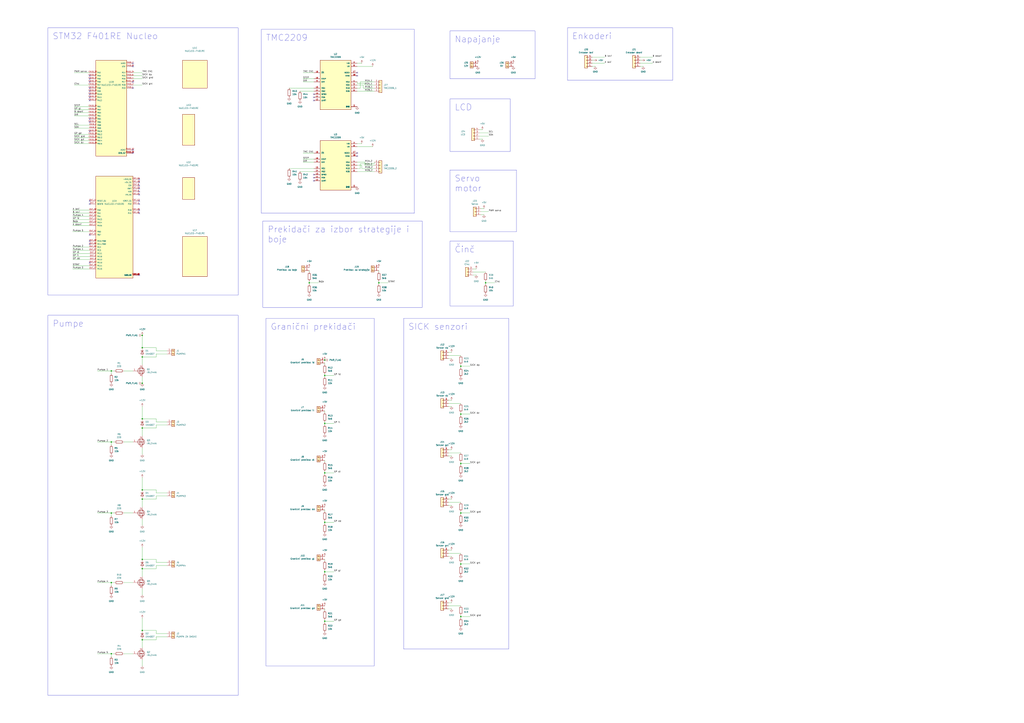
<source format=kicad_sch>
(kicad_sch (version 20231120) (generator "eeschema") (generator_version "8.0")
  (paper "A1")
  (junction (at 266.7 469.9))
  (junction (at 116.84 285.75))
  (junction (at 116.84 525.78))
  (junction (at 116.84 314.96))
  (junction (at 378.46 300.99))
  (junction (at 116.84 459.74))
  (junction (at 116.84 351.79))
  (junction (at 116.84 293.37))
  (junction (at 116.84 410.21))
  (junction (at 311.15 232.41))
  (junction (at 116.84 467.36))
  (junction (at 254 232.41))
  (junction (at 266.7 429.26))
  (junction (at 266.7 295.91))
  (junction (at 266.7 308.61))
  (junction (at 116.84 518.16))
  (junction (at 116.84 402.59))
  (junction (at 378.46 463.55))
  (junction (at 398.78 232.41))
  (junction (at 91.44 363.22))
  (junction (at 116.84 344.17))
  (junction (at 91.44 478.79))
  (junction (at 91.44 421.64))
  (junction (at 378.46 421.64))
  (junction (at 91.44 537.21))
  (junction (at 266.7 347.98))
  (junction (at 378.46 506.73))
  (junction (at 266.7 510.54))
  (junction (at 91.44 304.8))
  (junction (at 378.46 381))
  (junction (at 266.7 388.62))
  (junction (at 378.46 340.36))
  (junction (at 116.84 275.59))
  (no_connect (at 114.3 152.4))
  (no_connect (at 109.22 72.39))
  (no_connect (at 114.3 154.94))
  (no_connect (at 73.66 165.1))
  (no_connect (at 73.66 74.93))
  (no_connect (at 73.66 80.01))
  (no_connect (at 73.66 215.9))
  (no_connect (at 114.3 149.86))
  (no_connect (at 114.3 172.72))
  (no_connect (at 109.22 54.61))
  (no_connect (at 73.66 100.33))
  (no_connect (at 73.66 167.64))
  (no_connect (at 73.66 67.31))
  (no_connect (at 73.66 82.55))
  (no_connect (at 114.3 226.06))
  (no_connect (at 73.66 77.47))
  (no_connect (at 293.37 125.73))
  (no_connect (at 114.3 167.64))
  (no_connect (at 109.22 123.19))
  (no_connect (at 257.81 80.01))
  (no_connect (at 73.66 107.95))
  (no_connect (at 114.3 175.26))
  (no_connect (at 73.66 198.12))
  (no_connect (at 73.66 62.23))
  (no_connect (at 293.37 59.69))
  (no_connect (at 293.37 62.23))
  (no_connect (at 114.3 157.48))
  (no_connect (at 73.66 64.77))
  (no_connect (at 109.22 67.31))
  (no_connect (at 73.66 193.04))
  (no_connect (at 109.22 125.73))
  (no_connect (at 257.81 148.59))
  (no_connect (at 257.81 143.51))
  (no_connect (at 73.66 72.39))
  (no_connect (at 257.81 146.05))
  (no_connect (at 293.37 128.27))
  (no_connect (at 109.22 52.07))
  (no_connect (at 114.3 147.32))
  (no_connect (at 114.3 160.02))
  (no_connect (at 257.81 77.47))
  (no_connect (at 114.3 165.1))
  (no_connect (at 73.66 97.79))
  (no_connect (at 257.81 82.55))
  (no_connect (at 73.66 200.66))
  (wire (pts (xy 128.27 285.75) (xy 128.27 288.29)))
  (wire (pts (xy 488.95 54.61) (xy 486.41 54.61)))
  (wire (pts (xy 91.44 478.79) (xy 91.44 481.33)))
  (wire (pts (xy 266.7 307.34) (xy 266.7 308.61)))
  (wire (pts (xy 128.27 520.7) (xy 137.16 520.7)))
  (wire (pts (xy 137.16 464.82) (xy 128.27 464.82)))
  (wire (pts (xy 368.3 292.1) (xy 378.46 292.1)))
  (wire (pts (xy 378.46 506.73) (xy 386.08 506.73)))
  (wire (pts (xy 128.27 349.25) (xy 128.27 351.79)))
  (wire (pts (xy 378.46 381) (xy 386.08 381)))
  (wire (pts (xy 254 231.14) (xy 254 232.41)))
  (wire (pts (xy 116.84 351.79) (xy 116.84 358.14)))
  (wire (pts (xy 486.41 52.07) (xy 496.57 52.07)))
  (wire (pts (xy 293.37 140.97) (xy 307.34 140.97)))
  (wire (pts (xy 527.05 49.53) (xy 525.78 49.53)))
  (wire (pts (xy 101.6 421.64) (xy 109.22 421.64)))
  (wire (pts (xy 293.37 72.39) (xy 295.91 72.39)))
  (wire (pts (xy 378.46 421.64) (xy 378.46 422.91)))
  (wire (pts (xy 128.27 523.24) (xy 128.27 525.78)))
  (wire (pts (xy 266.7 388.62) (xy 274.32 388.62)))
  (wire (pts (xy 378.46 340.36) (xy 386.08 340.36)))
  (wire (pts (xy 116.84 410.21) (xy 128.27 410.21)))
  (wire (pts (xy 528.32 54.61) (xy 525.78 54.61)))
  (wire (pts (xy 116.84 368.3) (xy 116.84 373.38)))
  (wire (pts (xy 237.49 138.43) (xy 257.81 138.43)))
  (wire (pts (xy 266.7 501.65) (xy 266.7 500.38)))
  (wire (pts (xy 128.27 407.67) (xy 128.27 410.21)))
  (wire (pts (xy 266.7 347.98) (xy 274.32 347.98)))
  (wire (pts (xy 266.7 308.61) (xy 274.32 308.61)))
  (wire (pts (xy 393.7 114.3) (xy 396.24 114.3)))
  (wire (pts (xy 368.3 454.66) (xy 378.46 454.66)))
  (wire (pts (xy 370.84 374.65) (xy 368.3 374.65)))
  (wire (pts (xy 116.84 309.88) (xy 116.84 314.96)))
  (wire (pts (xy 266.7 510.54) (xy 274.32 510.54)))
  (wire (pts (xy 60.96 87.63) (xy 73.66 87.63)))
  (wire (pts (xy 378.46 463.55) (xy 386.08 463.55)))
  (wire (pts (xy 248.92 130.81) (xy 257.81 130.81)))
  (wire (pts (xy 59.69 182.88) (xy 73.66 182.88)))
  (wire (pts (xy 370.84 294.64) (xy 368.3 294.64)))
  (wire (pts (xy 116.84 334.01) (xy 116.84 344.17)))
  (wire (pts (xy 93.98 421.64) (xy 91.44 421.64)))
  (wire (pts (xy 116.84 275.59) (xy 116.84 285.75)))
  (wire (pts (xy 293.37 68.58) (xy 293.37 67.31)))
  (wire (pts (xy 101.6 304.8) (xy 109.22 304.8)))
  (wire (pts (xy 525.78 46.99) (xy 535.94 46.99)))
  (wire (pts (xy 137.16 349.25) (xy 128.27 349.25)))
  (wire (pts (xy 60.96 102.87) (xy 73.66 102.87)))
  (wire (pts (xy 378.46 505.46) (xy 378.46 506.73)))
  (wire (pts (xy 368.3 452.12) (xy 370.84 452.12)))
  (wire (pts (xy 307.34 72.39) (xy 298.45 72.39)))
  (wire (pts (xy 368.3 410.21) (xy 370.84 410.21)))
  (wire (pts (xy 394.97 171.45) (xy 397.51 171.45)))
  (wire (pts (xy 80.01 421.64) (xy 91.44 421.64)))
  (wire (pts (xy 60.96 105.41) (xy 73.66 105.41)))
  (wire (pts (xy 398.78 231.14) (xy 398.78 232.41)))
  (wire (pts (xy 128.27 288.29) (xy 137.16 288.29)))
  (wire (pts (xy 93.98 478.79) (xy 91.44 478.79)))
  (wire (pts (xy 368.3 289.56) (xy 370.84 289.56)))
  (wire (pts (xy 248.92 64.77) (xy 257.81 64.77)))
  (wire (pts (xy 297.18 118.11) (xy 293.37 118.11)))
  (wire (pts (xy 137.16 523.24) (xy 128.27 523.24)))
  (wire (pts (xy 80.01 363.22) (xy 91.44 363.22)))
  (wire (pts (xy 59.69 185.42) (xy 73.66 185.42)))
  (wire (pts (xy 311.15 232.41) (xy 318.77 232.41)))
  (wire (pts (xy 116.84 525.78) (xy 128.27 525.78)))
  (wire (pts (xy 378.46 506.73) (xy 378.46 508)))
  (wire (pts (xy 128.27 464.82) (xy 128.27 467.36)))
  (wire (pts (xy 396.24 106.68) (xy 393.7 106.68)))
  (wire (pts (xy 394.97 173.99) (xy 401.32 173.99)))
  (wire (pts (xy 59.69 190.5) (xy 73.66 190.5)))
  (wire (pts (xy 378.46 420.37) (xy 378.46 421.64)))
  (wire (pts (xy 293.37 120.65) (xy 306.07 120.65)))
  (wire (pts (xy 299.72 68.58) (xy 293.37 68.58)))
  (wire (pts (xy 128.27 402.59) (xy 128.27 405.13)))
  (wire (pts (xy 378.46 379.73) (xy 378.46 381)))
  (wire (pts (xy 378.46 381) (xy 378.46 382.27)))
  (wire (pts (xy 293.37 138.43) (xy 295.91 138.43)))
  (wire (pts (xy 368.3 328.93) (xy 370.84 328.93)))
  (wire (pts (xy 101.6 478.79) (xy 109.22 478.79)))
  (wire (pts (xy 293.37 74.93) (xy 307.34 74.93)))
  (wire (pts (xy 378.46 421.64) (xy 386.08 421.64)))
  (wire (pts (xy 248.92 59.69) (xy 257.81 59.69)))
  (wire (pts (xy 101.6 363.22) (xy 109.22 363.22)))
  (wire (pts (xy 297.18 138.43) (xy 307.34 138.43)))
  (wire (pts (xy 246.38 74.93) (xy 257.81 74.93)))
  (wire (pts (xy 254 223.52) (xy 254 222.25)))
  (wire (pts (xy 368.3 495.3) (xy 370.84 495.3)))
  (wire (pts (xy 299.72 69.85) (xy 299.72 68.58)))
  (wire (pts (xy 299.72 135.89) (xy 307.34 135.89)))
  (wire (pts (xy 60.96 113.03) (xy 73.66 113.03)))
  (wire (pts (xy 116.84 518.16) (xy 128.27 518.16)))
  (wire (pts (xy 378.46 299.72) (xy 378.46 300.99)))
  (wire (pts (xy 116.84 392.43) (xy 116.84 402.59)))
  (wire (pts (xy 116.84 402.59) (xy 128.27 402.59)))
  (wire (pts (xy 388.62 223.52) (xy 398.78 223.52)))
  (wire (pts (xy 266.7 308.61) (xy 266.7 309.88)))
  (wire (pts (xy 116.84 449.58) (xy 116.84 459.74)))
  (wire (pts (xy 295.91 138.43) (xy 295.91 134.62)))
  (wire (pts (xy 295.91 134.62) (xy 307.34 134.62)))
  (wire (pts (xy 398.78 232.41) (xy 398.78 233.68)))
  (wire (pts (xy 137.16 290.83) (xy 128.27 290.83)))
  (wire (pts (xy 116.84 483.87) (xy 116.84 488.95)))
  (wire (pts (xy 298.45 69.85) (xy 293.37 69.85)))
  (wire (pts (xy 116.84 459.74) (xy 128.27 459.74)))
  (wire (pts (xy 368.3 372.11) (xy 378.46 372.11)))
  (wire (pts (xy 398.78 232.41) (xy 406.4 232.41)))
  (wire (pts (xy 370.84 415.29) (xy 368.3 415.29)))
  (wire (pts (xy 60.96 118.11) (xy 73.66 118.11)))
  (wire (pts (xy 266.7 420.37) (xy 266.7 419.1)))
  (wire (pts (xy 266.7 429.26) (xy 266.7 430.53)))
  (wire (pts (xy 59.69 205.74) (xy 73.66 205.74)))
  (wire (pts (xy 128.27 344.17) (xy 128.27 346.71)))
  (wire (pts (xy 266.7 387.35) (xy 266.7 388.62)))
  (wire (pts (xy 368.3 497.84) (xy 378.46 497.84)))
  (wire (pts (xy 311.15 223.52) (xy 311.15 222.25)))
  (wire (pts (xy 378.46 300.99) (xy 386.08 300.99)))
  (wire (pts (xy 297.18 52.07) (xy 293.37 52.07)))
  (wire (pts (xy 93.98 363.22) (xy 91.44 363.22)))
  (wire (pts (xy 266.7 339.09) (xy 266.7 337.82)))
  (wire (pts (xy 266.7 469.9) (xy 266.7 471.17)))
  (wire (pts (xy 254 232.41) (xy 261.62 232.41)))
  (wire (pts (xy 91.44 363.22) (xy 91.44 365.76)))
  (wire (pts (xy 266.7 429.26) (xy 274.32 429.26)))
  (wire (pts (xy 109.22 59.69) (xy 116.84 59.69)))
  (wire (pts (xy 60.96 90.17) (xy 73.66 90.17)))
  (wire (pts (xy 116.84 508) (xy 116.84 518.16)))
  (wire (pts (xy 391.16 226.06) (xy 388.62 226.06)))
  (wire (pts (xy 116.84 351.79) (xy 128.27 351.79)))
  (wire (pts (xy 297.18 135.89) (xy 297.18 138.43)))
  (wire (pts (xy 109.22 69.85) (xy 116.84 69.85)))
  (wire (pts (xy 59.69 175.26) (xy 73.66 175.26)))
  (wire (pts (xy 293.37 54.61) (xy 306.07 54.61)))
  (wire (pts (xy 248.92 67.31) (xy 257.81 67.31)))
  (wire (pts (xy 59.69 203.2) (xy 73.66 203.2)))
  (wire (pts (xy 295.91 67.31) (xy 295.91 72.39)))
  (wire (pts (xy 378.46 340.36) (xy 378.46 341.63)))
  (wire (pts (xy 128.27 462.28) (xy 137.16 462.28)))
  (wire (pts (xy 59.69 213.36) (xy 73.66 213.36)))
  (wire (pts (xy 266.7 299.72) (xy 266.7 298.45)))
  (wire (pts (xy 60.96 59.69) (xy 73.66 59.69)))
  (wire (pts (xy 266.7 427.99) (xy 266.7 429.26)))
  (wire (pts (xy 91.44 304.8) (xy 91.44 307.34)))
  (wire (pts (xy 378.46 300.99) (xy 378.46 302.26)))
  (wire (pts (xy 128.27 459.74) (xy 128.27 462.28)))
  (wire (pts (xy 80.01 537.21) (xy 91.44 537.21)))
  (wire (pts (xy 59.69 210.82) (xy 73.66 210.82)))
  (wire (pts (xy 293.37 133.35) (xy 299.72 133.35)))
  (wire (pts (xy 266.7 469.9) (xy 274.32 469.9)))
  (wire (pts (xy 298.45 72.39) (xy 298.45 69.85)))
  (wire (pts (xy 266.7 388.62) (xy 266.7 389.89)))
  (wire (pts (xy 59.69 177.8) (xy 73.66 177.8)))
  (wire (pts (xy 487.68 49.53) (xy 486.41 49.53)))
  (wire (pts (xy 128.27 405.13) (xy 137.16 405.13)))
  (wire (pts (xy 248.92 133.35) (xy 257.81 133.35)))
  (wire (pts (xy 378.46 339.09) (xy 378.46 340.36)))
  (wire (pts (xy 137.16 407.67) (xy 128.27 407.67)))
  (wire (pts (xy 91.44 537.21) (xy 91.44 539.75)))
  (wire (pts (xy 116.84 344.17) (xy 128.27 344.17)))
  (wire (pts (xy 370.84 334.01) (xy 368.3 334.01)))
  (wire (pts (xy 266.7 346.71) (xy 266.7 347.98)))
  (wire (pts (xy 299.72 133.35) (xy 299.72 135.89)))
  (wire (pts (xy 60.96 69.85) (xy 73.66 69.85)))
  (wire (pts (xy 368.3 369.57) (xy 370.84 369.57)))
  (wire (pts (xy 388.62 220.98) (xy 391.16 220.98)))
  (wire (pts (xy 116.84 426.72) (xy 116.84 431.8)))
  (wire (pts (xy 59.69 220.98) (xy 73.66 220.98)))
  (wire (pts (xy 93.98 304.8) (xy 91.44 304.8)))
  (wire (pts (xy 60.96 115.57) (xy 73.66 115.57)))
  (wire (pts (xy 59.69 180.34) (xy 73.66 180.34)))
  (wire (pts (xy 525.78 52.07) (xy 535.94 52.07)))
  (wire (pts (xy 266.7 510.54) (xy 266.7 511.81)))
  (wire (pts (xy 60.96 92.71) (xy 73.66 92.71)))
  (wire (pts (xy 116.84 410.21) (xy 116.84 416.56)))
  (wire (pts (xy 307.34 134.62) (xy 307.34 133.35)))
  (wire (pts (xy 368.3 331.47) (xy 378.46 331.47)))
  (wire (pts (xy 266.7 347.98) (xy 266.7 349.25)))
  (wire (pts (xy 116.84 467.36) (xy 116.84 473.71)))
  (wire (pts (xy 311.15 231.14) (xy 311.15 232.41)))
  (wire (pts (xy 116.84 293.37) (xy 128.27 293.37)))
  (wire (pts (xy 266.7 461.01) (xy 266.7 459.74)))
  (wire (pts (xy 397.51 176.53) (xy 394.97 176.53)))
  (wire (pts (xy 266.7 379.73) (xy 266.7 378.46)))
  (wire (pts (xy 116.84 285.75) (xy 128.27 285.75)))
  (wire (pts (xy 307.34 69.85) (xy 299.72 69.85)))
  (wire (pts (xy 80.01 304.8) (xy 91.44 304.8)))
  (wire (pts (xy 254 232.41) (xy 254 233.68)))
  (wire (pts (xy 311.15 232.41) (xy 311.15 233.68)))
  (wire (pts (xy 59.69 208.28) (xy 73.66 208.28)))
  (wire (pts (xy 393.7 109.22) (xy 401.32 109.22)))
  (wire (pts (xy 59.69 172.72) (xy 73.66 172.72)))
  (wire (pts (xy 248.92 125.73) (xy 257.81 125.73)))
  (wire (pts (xy 486.41 46.99) (xy 496.57 46.99)))
  (wire (pts (xy 307.34 67.31) (xy 295.91 67.31)))
  (wire (pts (xy 59.69 218.44) (xy 73.66 218.44)))
  (wire (pts (xy 109.22 64.77) (xy 116.84 64.77)))
  (wire (pts (xy 246.38 140.97) (xy 257.81 140.97)))
  (wire (pts (xy 266.7 468.63) (xy 266.7 469.9)))
  (wire (pts (xy 80.01 478.79) (xy 91.44 478.79)))
  (wire (pts (xy 60.96 110.49) (xy 73.66 110.49)))
  (wire (pts (xy 128.27 346.71) (xy 137.16 346.71)))
  (wire (pts (xy 237.49 72.39) (xy 257.81 72.39)))
  (wire (pts (xy 266.7 509.27) (xy 266.7 510.54)))
  (wire (pts (xy 109.22 62.23) (xy 116.84 62.23)))
  (wire (pts (xy 116.84 542.29) (xy 116.84 547.37)))
  (wire (pts (xy 60.96 95.25) (xy 73.66 95.25)))
  (wire (pts (xy 293.37 135.89) (xy 297.18 135.89)))
  (wire (pts (xy 101.6 537.21) (xy 109.22 537.21)))
  (wire (pts (xy 378.46 462.28) (xy 378.46 463.55)))
  (wire (pts (xy 116.84 293.37) (xy 116.84 299.72)))
  (wire (pts (xy 93.98 537.21) (xy 91.44 537.21)))
  (wire (pts (xy 91.44 421.64) (xy 91.44 424.18)))
  (wire (pts (xy 128.27 518.16) (xy 128.27 520.7)))
  (wire (pts (xy 393.7 111.76) (xy 401.32 111.76)))
  (wire (pts (xy 368.3 412.75) (xy 378.46 412.75)))
  (wire (pts (xy 128.27 290.83) (xy 128.27 293.37)))
  (wire (pts (xy 116.84 525.78) (xy 116.84 532.13)))
  (wire (pts (xy 370.84 500.38) (xy 368.3 500.38)))
  (wire (pts (xy 378.46 463.55) (xy 378.46 464.82)))
  (wire (pts (xy 370.84 457.2) (xy 368.3 457.2)))
  (wire (pts (xy 116.84 467.36) (xy 128.27 467.36)))
  (text_box "TMC2209" (at 214.63 24.13 0) (size 125.73 151.13) (effects (font (size 5.08 5.08)) (justify left top)))
  (text_box "SICK senzori" (at 331.47 261.62 0) (size 86.36 271.78) (effects (font (size 5.08 5.08)) (justify left top)))
  (text_box "Granični prekidači" (at 218.44 261.62 0) (size 88.9 285.75) (effects (font (size 5.08 5.08)) (justify left top)))
  (text_box "Enkoderi" (at 466.09 22.86 0) (size 86.36 43.18) (effects (font (size 5.08 5.08)) (justify left top)))
  (text_box "Prekidači za izbor strategije i boje" (at 215.9 181.61 0) (size 130.81 71.12) (effects (font (size 5.08 5.08)) (justify left top)))
  (text_box "Pumpe" (at 39.37 259.08 0) (size 156.21 312.42) (effects (font (size 5.08 5.08)) (justify left top)))
  (text_box "Servo motor" (at 369.57 139.7 0) (size 54.61 50.8) (effects (font (size 5.08 5.08)) (justify left top)))
  (text_box "STM32 F401RE Nucleo" (at 39.37 22.86 0) (size 156.21 219.71) (effects (font (size 5.08 5.08)) (justify left top)))
  (text_box "Činč" (at 369.57 198.12 0) (size 52.07 53.34) (effects (font (size 5.08 5.08)) (justify left top)))
  (text_box "Napajanje" (at 369.57 25.4 0) (size 69.85 39.37) (effects (font (size 5.08 5.08)) (justify left top)))
  (text_box "LCD" (at 369.57 81.28 0) (size 49.53 43.18) (effects (font (size 5.08 5.08)) (justify left top)))
  (label "B levi" (at 496.57 46.99 0))
  (label "DIR" (at 248.92 133.35 0))
  (label "STEP" (at 248.92 130.81 0))
  (label "TMC EN1" (at 248.92 125.73 0))
  (label "PWM servo" (at 401.32 173.99 0))
  (label "Cinc" (at 60.96 69.85 0))
  (label "Pumpa 4" (at 59.69 177.8 0))
  (label "DIR" (at 60.96 95.25 0))
  (label "Pumpa 2" (at 59.69 203.2 0))
  (label "M1B_1" (at 299.72 72.39 0))
  (label "GP gd" (at 60.96 110.49 0))
  (label "Boja" (at 261.62 232.41 0))
  (label "SICK dz" (at 60.96 118.11 0))
  (label "TMC EN1" (at 116.84 59.69 0))
  (label "STEP" (at 248.92 64.77 0))
  (label "B levi" (at 59.69 175.26 0))
  (label "Boja" (at 59.69 182.88 0))
  (label "GP gd" (at 274.32 510.54 0))
  (label "M2B_1" (at 299.72 74.93 0))
  (label "M1A_2" (at 299.72 133.35 0))
  (label "A desni" (at 59.69 185.42 0))
  (label "Pumpa 5" (at 59.69 190.5 0))
  (label "M2A_1" (at 299.72 69.85 0))
  (label "SICK gnd" (at 116.84 64.77 0))
  (label "SICK gzl" (at 60.96 115.57 0))
  (label "GP dl" (at 274.32 388.62 0))
  (label "SCL" (at 401.32 109.22 0))
  (label "A levi" (at 59.69 172.72 0))
  (label "GP id" (at 274.32 308.61 0))
  (label "Pumpa 1" (at 59.69 205.74 0))
  (label "GP id" (at 59.69 180.34 0))
  (label "STRAT" (at 59.69 218.44 0))
  (label "Cinc" (at 406.4 232.41 0))
  (label "SICK gnl" (at 116.84 69.85 0))
  (label "SICK dp" (at 116.84 62.23 0))
  (label "SICK gzl" (at 386.08 381 0))
  (label "SICK gzd" (at 60.96 113.03 0))
  (label "B desni" (at 535.94 46.99 0))
  (label "GP dd" (at 274.32 429.26 0))
  (label "Pumpa 1" (at 80.01 304.8 0))
  (label "GP il" (at 274.32 347.98 0))
  (label "GP il" (at 59.69 210.82 0))
  (label "GP dd" (at 59.69 213.36 0))
  (label "SICK gnl" (at 386.08 463.55 0))
  (label "SCL" (at 60.96 102.87 0))
  (label "SICK dp" (at 386.08 300.99 0))
  (label "SDA" (at 60.96 105.41 0))
  (label "STEP" (at 60.96 87.63 0))
  (label "M1A_1" (at 299.72 67.31 0))
  (label "GP gl" (at 60.96 90.17 0))
  (label "PWM servo" (at 60.96 59.69 0))
  (label "Pumpa 5" (at 80.01 537.21 0))
  (label "M2A_2" (at 299.72 135.89 0))
  (label "M1B_2" (at 299.72 138.43 0))
  (label "Pumpa 2" (at 80.01 363.22 0))
  (label "TMC EN1" (at 248.92 59.69 0))
  (label "STRAT" (at 318.77 232.41 0))
  (label "DIR" (at 248.92 67.31 0))
  (label "GP dl" (at 59.69 208.28 0))
  (label "B desni" (at 60.96 92.71 0))
  (label "SICK gzd" (at 386.08 421.64 0))
  (label "Pumpa 3" (at 59.69 220.98 0))
  (label "Pumpa 4" (at 80.01 478.79 0))
  (label "A levi" (at 496.57 52.07 0))
  (label "SICK dz" (at 386.08 340.36 0))
  (label "GP gl" (at 274.32 469.9 0))
  (label "M2B_2" (at 299.72 140.97 0))
  (label "SDA" (at 401.32 111.76 0))
  (label "SICK gnd" (at 386.08 506.73 0))
  (label "Pumpa 3" (at 80.01 421.64 0))
  (label "A desni" (at 535.94 52.07 0))
  (symbol (lib_id "power:+12V") (at 370.84 452.12 0) (mirror y) (unit 1)
    (property "Reference" "#PWR040" (effects (hide yes)))
    (property "Value" "+12V" (at 370.84 447.04 0))
    (property "Description" "Power symbol creates a global label with name \"+12V\"" (effects (hide yes)))
  )
  (symbol (lib_id "power:+5V") (at 487.68 49.53 270) (unit 1)
    (property "Reference" "#PWR051" (effects (hide yes)))
    (property "Value" "+5V" (at 491.236 49.53 90) (effects (justify left)))
    (property "Description" "Power symbol creates a global label with name \"+5V\"" (effects (hide yes)))
  )
  (symbol (lib_id "power:+5V") (at 396.24 106.68 0) (unit 1)
    (property "Reference" "#PWR059" (effects (hide yes)))
    (property "Value" "+5V" (at 396.24 101.6 0))
    (property "Description" "Power symbol creates a global label with name \"+5V\"" (effects (hide yes)))
  )
  (symbol (lib_id "power:+12V") (at 116.84 275.59 0) (unit 1)
    (property "Reference" "#PWR01" (effects (hide yes)))
    (property "Value" "+12V" (at 116.84 270.51 0))
    (property "Description" "Power symbol creates a global label with name \"+12V\"" (effects (hide yes)))
  )
  (symbol (lib_id "Diode:1N4007") (at 116.84 521.97 270) (unit 1)
    (property "Reference" "D2" (at 119.38 520.6999 90) (effects (justify left)))
    (property "Value" "1N4007" (at 119.38 523.2399 90) (effects (justify left)))
    (property "Footprint" "Diode_THT:D_DO-41_SOD81_P10.16mm_Horizontal" (effects (hide yes)))
    (property "Datasheet" "http://www.vishay.com/docs/88503/1n4001.pdf" (effects (hide yes)))
    (property "Description" "1000V 1A General Purpose Rectifier Diode, DO-41" (effects (hide yes)))
    (property "Sim.Device" "D" (effects (hide yes)))
    (property "Sim.Pins" "1=K 2=A" (effects (hide yes)))
  )
  (symbol (lib_id "power:GND") (at 266.7 356.87 0) (unit 1)
    (property "Reference" "#PWR019" (effects (hide yes)))
    (property "Value" "GND" (at 266.7 361.95 0))
    (property "Description" "Power symbol creates a global label with name \"GND\" , ground" (effects (hide yes)))
  )
  (symbol (lib_id "Device:R") (at 91.44 485.14 180) (unit 1)
    (property "Reference" "R9" (at 93.98 483.8699 0) (effects (justify right)))
    (property "Value" "10k" (at 93.98 486.4099 0) (effects (justify right)))
    (property "Footprint" "Resistor_SMD:R_0805_2012Metric_Pad1.20x1.40mm_HandSolder" (effects (hide yes)))
    (property "Description" "Resistor" (effects (hide yes)))
  )
  (symbol (lib_id "Transistor_FET:IRLZ44N") (at 114.3 363.22 0) (unit 1)
    (property "Reference" "Q3" (at 120.65 361.9499 0) (effects (justify left)))
    (property "Value" "IRLZ44N" (at 120.65 364.4899 0) (effects (justify left)))
    (property "Footprint" "Package_TO_SOT_THT:TO-220-3_Vertical" (effects (hide yes)))
    (property "Datasheet" "http://www.irf.com/product-info/datasheets/data/irlz44n.pdf" (effects (hide yes)))
    (property "Description" "47A Id, 55V Vds, 22mOhm Rds Single N-Channel HEXFET Power MOSFET, TO-220AB" (effects (hide yes)))
  )
  (symbol (lib_id "Device:R") (at 378.46 386.08 180) (unit 1)
    (property "Reference" "R28" (at 381 384.8099 0) (effects (justify right)))
    (property "Value" "2k2" (at 381 387.3499 0) (effects (justify right)))
    (property "Footprint" "Resistor_SMD:R_0805_2012Metric_Pad1.20x1.40mm_HandSolder" (effects (hide yes)))
    (property "Description" "Resistor" (effects (hide yes)))
  )
  (symbol (lib_id "power:+12V") (at 116.84 508 0) (unit 1)
    (property "Reference" "#PWR05" (effects (hide yes)))
    (property "Value" "+12V" (at 116.84 502.92 0))
    (property "Description" "Power symbol creates a global label with name \"+12V\"" (effects (hide yes)))
  )
  (symbol (lib_id "Connector_Generic:Conn_01x03") (at 363.22 454.66 180) (unit 1)
    (property "Reference" "J16" (at 363.22 445.77 0))
    (property "Value" "Senzor gnl" (at 363.22 448.31 0))
    (property "Footprint" "Connector_JST:JST_XH_B3B-XH-A_1x03_P2.50mm_Vertical" (effects (hide yes)))
    (property "Description" "Generic connector, single row, 01x03, script generated (kicad-library-utils/schlib/autogen/connector/)" (effects (hide yes)))
  )
  (symbol (lib_id "Device:R") (at 378.46 416.56 180) (unit 1)
    (property "Reference" "R29" (at 381 415.2899 0) (effects (justify right)))
    (property "Value" "6k8" (at 381 417.8299 0) (effects (justify right)))
    (property "Footprint" "Resistor_SMD:R_0805_2012Metric_Pad1.20x1.40mm_HandSolder" (effects (hide yes)))
    (property "Description" "Resistor" (effects (hide yes)))
  )
  (symbol (lib_id "Device:R") (at 398.78 237.49 180) (unit 1)
    (property "Reference" "R40" (at 401.32 236.2199 0) (effects (justify right)))
    (property "Value" "10k" (at 401.32 238.7599 0) (effects (justify right)))
    (property "Footprint" "Resistor_SMD:R_0805_2012Metric_Pad1.20x1.40mm_HandSolder" (effects (hide yes)))
    (property "Description" "Resistor" (effects (hide yes)))
  )
  (symbol (lib_id "Device:R") (at 378.46 375.92 180) (unit 1)
    (property "Reference" "R27" (at 381 374.6499 0) (effects (justify right)))
    (property "Value" "6k8" (at 381 377.1899 0) (effects (justify right)))
    (property "Footprint" "Resistor_SMD:R_0805_2012Metric_Pad1.20x1.40mm_HandSolder" (effects (hide yes)))
    (property "Description" "Resistor" (effects (hide yes)))
  )
  (symbol (lib_id "Device:R") (at 91.44 427.99 180) (unit 1)
    (property "Reference" "R7" (at 93.98 426.7199 0) (effects (justify right)))
    (property "Value" "10k" (at 93.98 429.2599 0) (effects (justify right)))
    (property "Footprint" "Resistor_SMD:R_0805_2012Metric_Pad1.20x1.40mm_HandSolder" (effects (hide yes)))
    (property "Description" "Resistor" (effects (hide yes)))
  )
  (symbol (lib_id "Connector:Screw_Terminal_01x02") (at 142.24 346.71 0) (unit 1)
    (property "Reference" "J3" (at 144.78 346.7099 0) (effects (justify left)))
    (property "Value" "PUMPA2" (at 144.78 349.2499 0) (effects (justify left)))
    (property "Footprint" "TerminalBlock:TerminalBlock_bornier-2_P5.08mm" (effects (hide yes)))
    (property "Description" "Generic screw terminal, single row, 01x02, script generated (kicad-library-utils/schlib/autogen/connector/)" (effects (hide yes)))
  )
  (symbol (lib_id "power:+12V") (at 116.84 334.01 0) (unit 1)
    (property "Reference" "#PWR08" (effects (hide yes)))
    (property "Value" "+12V" (at 116.84 328.93 0))
    (property "Description" "Power symbol creates a global label with name \"+12V\"" (effects (hide yes)))
  )
  (symbol (lib_id "power:GND") (at 378.46 515.62 0) (unit 1)
    (property "Reference" "#PWR045" (effects (hide yes)))
    (property "Value" "GND" (at 378.46 520.7 0))
    (property "Description" "Power symbol creates a global label with name \"GND\" , ground" (effects (hide yes)))
  )
  (symbol (lib_id "power:GND") (at 378.46 349.25 0) (unit 1)
    (property "Reference" "#PWR033" (effects (hide yes)))
    (property "Value" "GND" (at 378.46 354.33 0))
    (property "Description" "Power symbol creates a global label with name \"GND\" , ground" (effects (hide yes)))
  )
  (symbol (lib_id "power:+12V") (at 116.84 392.43 0) (unit 1)
    (property "Reference" "#PWR011" (effects (hide yes)))
    (property "Value" "+12V" (at 116.84 387.35 0))
    (property "Description" "Power symbol creates a global label with name \"+12V\"" (effects (hide yes)))
  )
  (symbol (lib_id "power:+5V") (at 311.15 219.71 0) (unit 1)
    (property "Reference" "#PWR048" (effects (hide yes)))
    (property "Value" "+5V" (at 311.15 214.63 0))
    (property "Description" "Power symbol creates a global label with name \"+5V\"" (effects (hide yes)))
  )
  (symbol (lib_id "Connector:Screw_Terminal_01x02") (at 261.62 298.45 180) (unit 1)
    (property "Reference" "J6" (at 248.412 295.402 0))
    (property "Value" "Granicni prekidac id" (at 248.412 297.942 0))
    (property "Footprint" "TerminalBlock:TerminalBlock_bornier-2_P5.08mm" (effects (hide yes)))
    (property "Description" "Generic screw terminal, single row, 01x02, script generated (kicad-library-utils/schlib/autogen/connector/)" (effects (hide yes)))
  )
  (symbol (lib_id "power:+5V") (at 266.7 335.28 0) (unit 1)
    (property "Reference" "#PWR018" (effects (hide yes)))
    (property "Value" "+5V" (at 266.7 330.2 0))
    (property "Description" "Power symbol creates a global label with name \"+5V\"" (effects (hide yes)))
  )
  (symbol (lib_id "power:GND") (at 116.84 314.96 0) (unit 1)
    (property "Reference" "#PWR02" (effects (hide yes)))
    (property "Value" "GND" (at 116.84 320.04 0))
    (property "Description" "Power symbol creates a global label with name \"GND\" , ground" (effects (hide yes)))
  )
  (symbol (lib_id "power:GND") (at 370.84 334.01 0) (unit 1)
    (property "Reference" "#PWR032" (effects (hide yes)))
    (property "Value" "GND" (at 370.84 339.09 0))
    (property "Description" "Power symbol creates a global label with name \"GND\" , ground" (effects (hide yes)))
  )
  (symbol (lib_id "power:GND") (at 237.49 146.05 0) (unit 1)
    (property "Reference" "#PWR067" (effects (hide yes)))
    (property "Value" "GND" (at 237.49 151.13 0))
    (property "Description" "Power symbol creates a global label with name \"GND\" , ground" (effects (hide yes)))
  )
  (symbol (lib_id "power:GND") (at 396.24 114.3 0) (unit 1)
    (property "Reference" "#PWR061" (effects (hide yes)))
    (property "Value" "GND" (at 396.24 119.38 0))
    (property "Description" "Power symbol creates a global label with name \"GND\" , ground" (effects (hide yes)))
  )
  (symbol (lib_id "power:GND") (at 91.44 373.38 0) (unit 1)
    (property "Reference" "#PWR07" (effects (hide yes)))
    (property "Value" "GND" (at 91.44 378.46 0))
    (property "Description" "Power symbol creates a global label with name \"GND\" , ground" (effects (hide yes)))
  )
  (symbol (lib_id "Device:R") (at 266.7 393.7 180) (unit 1)
    (property "Reference" "R16" (at 269.24 392.4299 0) (effects (justify right)))
    (property "Value" "10k" (at 269.24 394.9699 0) (effects (justify right)))
    (property "Footprint" "Resistor_SMD:R_0805_2012Metric_Pad1.20x1.40mm_HandSolder" (effects (hide yes)))
    (property "Description" "Resistor" (effects (hide yes)))
  )
  (symbol (lib_id "Device:R") (at 266.7 342.9 180) (unit 1)
    (property "Reference" "R13" (at 269.24 341.6299 0) (effects (justify right)))
    (property "Value" "5k6" (at 269.24 344.1699 0) (effects (justify right)))
    (property "Footprint" "Resistor_SMD:R_0805_2012Metric_Pad1.20x1.40mm_HandSolder" (effects (hide yes)))
    (property "Description" "Resistor" (effects (hide yes)))
  )
  (symbol (lib_id "Diode:1N4007") (at 116.84 406.4 270) (unit 1)
    (property "Reference" "D4" (at 119.38 405.1299 90) (effects (justify left)))
    (property "Value" "1N4007" (at 119.38 407.6699 90) (effects (justify left)))
    (property "Footprint" "Diode_THT:D_DO-41_SOD81_P10.16mm_Horizontal" (effects (hide yes)))
    (property "Datasheet" "http://www.vishay.com/docs/88503/1n4001.pdf" (effects (hide yes)))
    (property "Description" "1000V 1A General Purpose Rectifier Diode, DO-41" (effects (hide yes)))
    (property "Sim.Device" "D" (effects (hide yes)))
    (property "Sim.Pins" "1=K 2=A" (effects (hide yes)))
  )
  (symbol (lib_id "TMC2209Symbols:TMC2209_SILENTSTEPSTICK") (at 275.59 135.89 0) (unit 1)
    (property "Reference" "U3" (at 275.59 110.49 0))
    (property "Value" "TMC2209" (at 275.59 113.03 0))
    (property "Footprint" "TMC2209:TMC2209" (effects (hide yes)))
    (property "MF" "Trinamic Motion Control GmbH" (effects (hide yes)))
    (property "Description_1" "\n                        \n                            TMC2209 Motor Controller/Driver Power Management Evaluation Board\n                        \n" (effects (hide yes)))
    (property "Package" "None" (effects (hide yes)))
    (property "Price" "None" (effects (hide yes)))
    (property "Check_prices" "https://www.snapeda.com/parts/TMC2209%20SILENTSTEPSTICK/Trinamic/view-part/?ref=eda" (effects (hide yes)))
    (property "STANDARD" "Manufacturer Recommendations" (effects (hide yes)))
    (property "PARTREV" "1.20" (effects (hide yes)))
    (property "SnapEDA_Link" "https://www.snapeda.com/parts/TMC2209%20SILENTSTEPSTICK/Trinamic/view-part/?ref=snap" (effects (hide yes)))
    (property "MP" "TMC2209 SILENTSTEPSTICK" (effects (hide yes)))
    (property "MANUFACTURER" "Trinamic Motion Control GmbH" (effects (hide yes)))
    (property "Availability" "In Stock" (effects (hide yes)))
    (property "SNAPEDA_PN" "TMC2209 SILENTSTEPSTICK" (effects (hide yes)))
  )
  (symbol (lib_id "power:+5V") (at 266.7 497.84 0) (unit 1)
    (property "Reference" "#PWR026" (effects (hide yes)))
    (property "Value" "+5V" (at 266.7 492.76 0))
    (property "Description" "Power symbol creates a global label with name \"+5V\"" (effects (hide yes)))
  )
  (symbol (lib_id "Connector_Generic:Conn_01x04") (at 388.62 111.76 180) (unit 1)
    (property "Reference" "J24" (at 380.238 107.95 0))
    (property "Value" "LCD" (at 380.238 110.49 0))
    (property "Footprint" "Connector_JST:JST_XH_B4B-XH-A_1x04_P2.50mm_Vertical" (effects (hide yes)))
    (property "Description" "Generic connector, single row, 01x04, script generated (kicad-library-utils/schlib/autogen/connector/)" (effects (hide yes)))
  )
  (symbol (lib_id "power:+12V") (at 370.84 369.57 0) (mirror y) (unit 1)
    (property "Reference" "#PWR034" (effects (hide yes)))
    (property "Value" "+12V" (at 370.84 364.49 0))
    (property "Description" "Power symbol creates a global label with name \"+12V\"" (effects (hide yes)))
  )
  (symbol (lib_id "power:GND") (at 378.46 389.89 0) (unit 1)
    (property "Reference" "#PWR036" (effects (hide yes)))
    (property "Value" "GND" (at 378.46 394.97 0))
    (property "Description" "Power symbol creates a global label with name \"GND\" , ground" (effects (hide yes)))
  )
  (symbol (lib_id "power:GND") (at 266.7 438.15 0) (unit 1)
    (property "Reference" "#PWR023" (effects (hide yes)))
    (property "Value" "GND" (at 266.7 443.23 0))
    (property "Description" "Power symbol creates a global label with name \"GND\" , ground" (effects (hide yes)))
  )
  (symbol (lib_id "power:+5V") (at 266.7 457.2 0) (unit 1)
    (property "Reference" "#PWR024" (effects (hide yes)))
    (property "Value" "+5V" (at 266.7 452.12 0))
    (property "Description" "Power symbol creates a global label with name \"+5V\"" (effects (hide yes)))
  )
  (symbol (lib_id "Connector_Generic:Conn_01x04") (at 520.7 52.07 180) (unit 1)
    (property "Reference" "J21" (at 520.7 40.64 0))
    (property "Value" "Enkoder desni" (at 520.7 43.18 0))
    (property "Footprint" "Connector_JST:JST_XH_B4B-XH-A_1x04_P2.50mm_Vertical" (effects (hide yes)))
    (property "Description" "Generic connector, single row, 01x04, script generated (kicad-library-utils/schlib/autogen/connector/)" (effects (hide yes)))
  )
  (symbol (lib_id "Transistor_FET:IRLZ44N") (at 114.3 304.8 0) (unit 1)
    (property "Reference" "Q1" (at 120.65 303.5299 0) (effects (justify left)))
    (property "Value" "IRLZ44N" (at 120.65 306.0699 0) (effects (justify left)))
    (property "Footprint" "Package_TO_SOT_THT:TO-220-3_Vertical" (effects (hide yes)))
    (property "Datasheet" "http://www.irf.com/product-info/datasheets/data/irlz44n.pdf" (effects (hide yes)))
    (property "Description" "47A Id, 55V Vds, 22mOhm Rds Single N-Channel HEXFET Power MOSFET, TO-220AB" (effects (hide yes)))
  )
  (symbol (lib_id "Connector:Screw_Terminal_01x02") (at 142.24 405.13 0) (unit 1)
    (property "Reference" "J4" (at 144.78 405.1299 0) (effects (justify left)))
    (property "Value" "PUMPA3" (at 144.78 407.6699 0) (effects (justify left)))
    (property "Footprint" "TerminalBlock:TerminalBlock_bornier-2_P5.08mm" (effects (hide yes)))
    (property "Description" "Generic screw terminal, single row, 01x02, script generated (kicad-library-utils/schlib/autogen/connector/)" (effects (hide yes)))
  )
  (symbol (lib_id "Diode:1N4007") (at 116.84 289.56 270) (unit 1)
    (property "Reference" "D1" (at 119.38 288.2899 90) (effects (justify left)))
    (property "Value" "1N4007" (at 119.38 290.8299 90) (effects (justify left)))
    (property "Footprint" "Diode_THT:D_DO-41_SOD81_P10.16mm_Horizontal" (effects (hide yes)))
    (property "Datasheet" "http://www.vishay.com/docs/88503/1n4001.pdf" (effects (hide yes)))
    (property "Description" "1000V 1A General Purpose Rectifier Diode, DO-41" (effects (hide yes)))
    (property "Sim.Device" "D" (effects (hide yes)))
    (property "Sim.Pins" "1=K 2=A" (effects (hide yes)))
  )
  (symbol (lib_id "power:GND") (at 91.44 431.8 0) (unit 1)
    (property "Reference" "#PWR010" (effects (hide yes)))
    (property "Value" "GND" (at 91.44 436.88 0))
    (property "Description" "Power symbol creates a global label with name \"GND\" , ground" (effects (hide yes)))
  )
  (symbol (lib_id "power:+5V") (at 391.16 220.98 0) (unit 1)
    (property "Reference" "#PWR054" (effects (hide yes)))
    (property "Value" "+5V" (at 391.16 215.9 0))
    (property "Description" "Power symbol creates a global label with name \"+5V\"" (effects (hide yes)))
  )
  (symbol (lib_id "power:GND") (at 378.46 309.88 0) (unit 1)
    (property "Reference" "#PWR028" (effects (hide yes)))
    (property "Value" "GND" (at 378.46 314.96 0))
    (property "Description" "Power symbol creates a global label with name \"GND\" , ground" (effects (hide yes)))
  )
  (symbol (lib_id "Device:R") (at 378.46 501.65 180) (unit 1)
    (property "Reference" "R33" (at 381 500.3799 0) (effects (justify right)))
    (property "Value" "6k8" (at 381 502.9199 0) (effects (justify right)))
    (property "Footprint" "Resistor_SMD:R_0805_2012Metric_Pad1.20x1.40mm_HandSolder" (effects (hide yes)))
    (property "Description" "Resistor" (effects (hide yes)))
  )
  (symbol (lib_id "power:GND") (at 266.7 478.79 0) (unit 1)
    (property "Reference" "#PWR025" (effects (hide yes)))
    (property "Value" "GND" (at 266.7 483.87 0))
    (property "Description" "Power symbol creates a global label with name \"GND\" , ground" (effects (hide yes)))
  )
  (symbol (lib_id "power:GND") (at 116.84 373.38 0) (unit 1)
    (property "Reference" "#PWR09" (effects (hide yes)))
    (property "Value" "GND" (at 116.84 378.46 0))
    (property "Description" "Power symbol creates a global label with name \"GND\" , ground" (effects (hide yes)))
  )
  (symbol (lib_id "Connector:Screw_Terminal_01x02") (at 261.62 500.38 180) (unit 1)
    (property "Reference" "J11" (at 248.412 497.332 0))
    (property "Value" "Granicni prekidac gd" (at 248.412 499.872 0))
    (property "Footprint" "TerminalBlock:TerminalBlock_bornier-2_P5.08mm" (effects (hide yes)))
    (property "Description" "Generic screw terminal, single row, 01x02, script generated (kicad-library-utils/schlib/autogen/connector/)" (effects (hide yes)))
  )
  (symbol (lib_id "Device:R") (at 378.46 511.81 180) (unit 1)
    (property "Reference" "R34" (at 381 510.5399 0) (effects (justify right)))
    (property "Value" "2k2" (at 381 513.0799 0) (effects (justify right)))
    (property "Footprint" "Resistor_SMD:R_0805_2012Metric_Pad1.20x1.40mm_HandSolder" (effects (hide yes)))
    (property "Description" "Resistor" (effects (hide yes)))
  )
  (symbol (lib_id "power:GND") (at 246.38 148.59 0) (unit 1)
    (property "Reference" "#PWR068" (effects (hide yes)))
    (property "Value" "GND" (at 246.38 153.67 0))
    (property "Description" "Power symbol creates a global label with name \"GND\" , ground" (effects (hide yes)))
  )
  (symbol (lib_id "power:GND") (at 528.32 54.61 0) (unit 1)
    (property "Reference" "#PWR053" (effects (hide yes)))
    (property "Value" "GND" (at 528.32 58.928 0))
    (property "Description" "Power symbol creates a global label with name \"GND\" , ground" (effects (hide yes)))
  )
  (symbol (lib_id "Transistor_FET:IRLZ44N") (at 114.3 421.64 0) (unit 1)
    (property "Reference" "Q4" (at 120.65 420.3699 0) (effects (justify left)))
    (property "Value" "IRLZ44N" (at 120.65 422.9099 0) (effects (justify left)))
    (property "Footprint" "Package_TO_SOT_THT:TO-220-3_Vertical" (effects (hide yes)))
    (property "Datasheet" "http://www.irf.com/product-info/datasheets/data/irlz44n.pdf" (effects (hide yes)))
    (property "Description" "47A Id, 55V Vds, 22mOhm Rds Single N-Channel HEXFET Power MOSFET, TO-220AB" (effects (hide yes)))
  )
  (symbol (lib_id "power:GND") (at 293.37 153.67 0) (unit 1)
    (property "Reference" "#PWR066" (effects (hide yes)))
    (property "Value" "GND" (at 293.37 158.75 0))
    (property "Description" "Power symbol creates a global label with name \"GND\" , ground" (effects (hide yes)))
  )
  (symbol (lib_id "Device:R") (at 266.7 515.62 180) (unit 1)
    (property "Reference" "R22" (at 269.24 514.3499 0) (effects (justify right)))
    (property "Value" "10k" (at 269.24 516.8899 0) (effects (justify right)))
    (property "Footprint" "Resistor_SMD:R_0805_2012Metric_Pad1.20x1.40mm_HandSolder" (effects (hide yes)))
    (property "Description" "Resistor" (effects (hide yes)))
  )
  (symbol (lib_name "NUCLEO-F401RE_2") (lib_id "NucleoSymbols:NUCLEO-F401RE") (at 154.94 106.68 0) (unit 4)
    (property "Reference" "U1" (at 154.94 86.36 0))
    (property "Value" "NUCLEO-F401RE" (at 154.94 88.9 0))
    (property "Footprint" "nucleof401re:ST_NUCLEO-F401RE" (effects (hide yes)))
    (property "MF" "STMicroelectronics" (effects (hide yes)))
    (property "MAXIMUM_PACKAGE_HEIGHT" "N/A" (effects (hide yes)))
    (property "Package" "None" (effects (hide yes)))
    (property "Price" "None" (effects (hide yes)))
    (property "Check_prices" "https://www.snapeda.com/parts/NUCLEO-F401RE/STMicroelectronics/view-part/?ref=eda" (effects (hide yes)))
    (property "STANDARD" "Manufacturer Recommendations" (effects (hide yes)))
    (property "PARTREV" "13" (effects (hide yes)))
    (property "SnapEDA_Link" "https://www.snapeda.com/parts/NUCLEO-F401RE/STMicroelectronics/view-part/?ref=snap" (effects (hide yes)))
    (property "MP" "NUCLEO-F401RE" (effects (hide yes)))
    (property "Purchase-URL" "https://www.snapeda.com/api/url_track_click_mouser/?unipart_id=329267&manufacturer=STMicroelectronics&part_name=NUCLEO-F401RE&search_term=nucleof401re" (effects (hide yes)))
    (property "Description_1" "\nSTM32F401RE, mbed-Enabled Development Nucleo-64 STM32F4 ARM® Cortex®-M4 MCU 32-Bit Embedded Evaluation Board\n" (effects (hide yes)))
    (property "Availability" "In Stock" (effects (hide yes)))
    (property "MANUFACTURER" "STMicroelectronics" (effects (hide yes)))
  )
  (symbol (lib_id "power:GND") (at 246.38 82.55 0) (unit 1)
    (property "Reference" "#PWR070" (effects (hide yes)))
    (property "Value" "GND" (at 246.38 87.63 0))
    (property "Description" "Power symbol creates a global label with name \"GND\" , ground" (effects (hide yes)))
  )
  (symbol (lib_id "Device:R") (at 378.46 345.44 180) (unit 1)
    (property "Reference" "R26" (at 381 344.1699 0) (effects (justify right)))
    (property "Value" "2k2" (at 381 346.7099 0) (effects (justify right)))
    (property "Footprint" "Resistor_SMD:R_0805_2012Metric_Pad1.20x1.40mm_HandSolder" (effects (hide yes)))
    (property "Description" "Resistor" (effects (hide yes)))
  )
  (symbol (lib_id "power:+12V") (at 370.84 289.56 0) (mirror y) (unit 1)
    (property "Reference" "#PWR030" (effects (hide yes)))
    (property "Value" "+12V" (at 370.84 284.48 0))
    (property "Description" "Power symbol creates a global label with name \"+12V\"" (effects (hide yes)))
  )
  (symbol (lib_id "Connector:Screw_Terminal_01x02") (at 416.56 54.61 180) (unit 1)
    (property "Reference" "J26" (at 411.988 51.562 0))
    (property "Value" "5V" (at 411.988 54.102 0))
    (property "Footprint" "TerminalBlock:TerminalBlock_bornier-2_P5.08mm" (effects (hide yes)))
    (property "Description" "Generic screw terminal, single row, 01x02, script generated (kicad-library-utils/schlib/autogen/connector/)" (effects (hide yes)))
  )
  (symbol (lib_id "power:+12V") (at 306.07 54.61 0) (unit 1)
    (property "Reference" "#PWR072" (effects (hide yes)))
    (property "Value" "+12V" (at 306.07 49.53 0))
    (property "Description" "Power symbol creates a global label with name \"+12V\"" (effects (hide yes)))
  )
  (symbol (lib_id "Connector:Screw_Terminal_01x02") (at 142.24 288.29 0) (unit 1)
    (property "Reference" "J1" (at 144.78 288.2899 0) (effects (justify left)))
    (property "Value" "PUMPA1" (at 144.78 290.8299 0) (effects (justify left)))
    (property "Footprint" "TerminalBlock:TerminalBlock_bornier-2_P5.08mm" (effects (hide yes)))
    (property "Description" "Generic screw terminal, single row, 01x02, script generated (kicad-library-utils/schlib/autogen/connector/)" (effects (hide yes)))
  )
  (symbol (lib_id "Device:R") (at 378.46 468.63 180) (unit 1)
    (property "Reference" "R32" (at 381 467.3599 0) (effects (justify right)))
    (property "Value" "2k2" (at 381 469.8999 0) (effects (justify right)))
    (property "Footprint" "Resistor_SMD:R_0805_2012Metric_Pad1.20x1.40mm_HandSolder" (effects (hide yes)))
    (property "Description" "Resistor" (effects (hide yes)))
  )
  (symbol (lib_id "Connector:Screw_Terminal_01x02") (at 387.35 54.61 180) (unit 1)
    (property "Reference" "J25" (at 382.778 51.562 0))
    (property "Value" "12V" (at 382.778 54.102 0))
    (property "Footprint" "TerminalBlock:TerminalBlock_bornier-2_P5.08mm" (effects (hide yes)))
    (property "Description" "Generic screw terminal, single row, 01x02, script generated (kicad-library-utils/schlib/autogen/connector/)" (effects (hide yes)))
  )
  (symbol (lib_id "Device:R") (at 97.79 537.21 90) (unit 1)
    (property "Reference" "R4" (at 97.79 530.86 90))
    (property "Value" "220" (at 97.79 533.4 90))
    (property "Footprint" "Resistor_SMD:R_0805_2012Metric_Pad1.20x1.40mm_HandSolder" (effects (hide yes)))
    (property "Description" "Resistor" (effects (hide yes)))
  )
  (symbol (lib_id "Device:R") (at 97.79 421.64 90) (unit 1)
    (property "Reference" "R8" (at 97.79 415.29 90))
    (property "Value" "220" (at 97.79 417.83 90))
    (property "Footprint" "Resistor_SMD:R_0805_2012Metric_Pad1.20x1.40mm_HandSolder" (effects (hide yes)))
    (property "Description" "Resistor" (effects (hide yes)))
  )
  (symbol (lib_id "Device:R") (at 91.44 311.15 180) (unit 1)
    (property "Reference" "R2" (at 93.98 309.8799 0) (effects (justify right)))
    (property "Value" "10k" (at 93.98 312.4199 0) (effects (justify right)))
    (property "Footprint" "Resistor_SMD:R_0805_2012Metric_Pad1.20x1.40mm_HandSolder" (effects (hide yes)))
    (property "Description" "Resistor" (effects (hide yes)))
  )
  (symbol (lib_id "power:GND") (at 91.44 488.95 0) (unit 1)
    (property "Reference" "#PWR013" (effects (hide yes)))
    (property "Value" "GND" (at 91.44 494.03 0))
    (property "Description" "Power symbol creates a global label with name \"GND\" , ground" (effects (hide yes)))
  )
  (symbol (lib_id "NucleoSymbols:NUCLEO-F401RE") (at 93.98 185.42 0) (unit 1)
    (property "Reference" "U1" (at 93.98 165.1 0))
    (property "Value" "NUCLEO-F401RE" (at 93.98 167.64 0))
    (property "Footprint" "nucleof401re:ST_NUCLEO-F401RE" (effects (hide yes)))
    (property "MF" "STMicroelectronics" (effects (hide yes)))
    (property "MAXIMUM_PACKAGE_HEIGHT" "N/A" (effects (hide yes)))
    (property "Package" "None" (effects (hide yes)))
    (property "Price" "None" (effects (hide yes)))
    (property "Check_prices" "https://www.snapeda.com/parts/NUCLEO-F401RE/STMicroelectronics/view-part/?ref=eda" (effects (hide yes)))
    (property "STANDARD" "Manufacturer Recommendations" (effects (hide yes)))
    (property "PARTREV" "13" (effects (hide yes)))
    (property "SnapEDA_Link" "https://www.snapeda.com/parts/NUCLEO-F401RE/STMicroelectronics/view-part/?ref=snap" (effects (hide yes)))
    (property "MP" "NUCLEO-F401RE" (effects (hide yes)))
    (property "Purchase-URL" "https://www.snapeda.com/api/url_track_click_mouser/?unipart_id=329267&manufacturer=STMicroelectronics&part_name=NUCLEO-F401RE&search_term=nucleof401re" (effects (hide yes)))
    (property "Description_1" "\nSTM32F401RE, mbed-Enabled Development Nucleo-64 STM32F4 ARM® Cortex®-M4 MCU 32-Bit Embedded Evaluation Board\n" (effects (hide yes)))
    (property "Availability" "In Stock" (effects (hide yes)))
    (property "MANUFACTURER" "STMicroelectronics" (effects (hide yes)))
  )
  (symbol (lib_id "power:+12V") (at 306.07 120.65 0) (unit 1)
    (property "Reference" "#PWR071" (effects (hide yes)))
    (property "Value" "+12V" (at 306.07 115.57 0))
    (property "Description" "Power symbol creates a global label with name \"+12V\"" (effects (hide yes)))
  )
  (symbol (lib_id "power:GND") (at 370.84 374.65 0) (unit 1)
    (property "Reference" "#PWR035" (effects (hide yes)))
    (property "Value" "GND" (at 370.84 379.73 0))
    (property "Description" "Power symbol creates a global label with name \"GND\" , ground" (effects (hide yes)))
  )
  (symbol (lib_id "Device:R") (at 254 227.33 180) (unit 1)
    (property "Reference" "R35" (at 256.54 226.0599 0) (effects (justify right)))
    (property "Value" "5k6" (at 256.54 228.5999 0) (effects (justify right)))
    (property "Footprint" "Resistor_SMD:R_0805_2012Metric_Pad1.20x1.40mm_HandSolder" (effects (hide yes)))
    (property "Description" "Resistor" (effects (hide yes)))
  )
  (symbol (lib_id "power:+12V") (at 116.84 449.58 0) (unit 1)
    (property "Reference" "#PWR014" (effects (hide yes)))
    (property "Value" "+12V" (at 116.84 444.5 0))
    (property "Description" "Power symbol creates a global label with name \"+12V\"" (effects (hide yes)))
  )
  (symbol (lib_id "power:+12V") (at 370.84 495.3 0) (mirror y) (unit 1)
    (property "Reference" "#PWR043" (effects (hide yes)))
    (property "Value" "+12V" (at 370.84 490.22 0))
    (property "Description" "Power symbol creates a global label with name \"+12V\"" (effects (hide yes)))
  )
  (symbol (lib_id "power:+5V") (at 297.18 118.11 0) (unit 1)
    (property "Reference" "#PWR073" (effects (hide yes)))
    (property "Value" "+5V" (at 297.18 113.03 0))
    (property "Description" "Power symbol creates a global label with name \"+5V\"" (effects (hide yes)))
  )
  (symbol (lib_id "Device:R") (at 91.44 369.57 180) (unit 1)
    (property "Reference" "R5" (at 93.98 368.2999 0) (effects (justify right)))
    (property "Value" "10k" (at 93.98 370.8399 0) (effects (justify right)))
    (property "Footprint" "Resistor_SMD:R_0805_2012Metric_Pad1.20x1.40mm_HandSolder" (effects (hide yes)))
    (property "Description" "Resistor" (effects (hide yes)))
  )
  (symbol (lib_id "power:+5V") (at 266.7 295.91 0) (unit 1)
    (property "Reference" "#PWR016" (effects (hide yes)))
    (property "Value" "+5V" (at 266.7 290.83 0))
    (property "Description" "Power symbol creates a global label with name \"+5V\"" (effects (hide yes)))
  )
  (symbol (lib_id "power:PWR_FLAG") (at 116.84 275.59 90) (unit 1)
    (property "Reference" "#FLG02" (effects (hide yes)))
    (property "Value" "PWR_FLAG" (at 113.03 275.5899 90) (effects (justify left)))
    (property "Description" "Special symbol for telling ERC where power comes from" (effects (hide yes)))
  )
  (symbol (lib_id "power:GND") (at 293.37 87.63 0) (unit 1)
    (property "Reference" "#PWR065" (effects (hide yes)))
    (property "Value" "GND" (at 293.37 92.71 0))
    (property "Description" "Power symbol creates a global label with name \"GND\" , ground" (effects (hide yes)))
  )
  (symbol (lib_id "Transistor_FET:IRLZ44N") (at 114.3 537.21 0) (unit 1)
    (property "Reference" "Q2" (at 120.65 535.9399 0) (effects (justify left)))
    (property "Value" "IRLZ44N" (at 120.65 538.4799 0) (effects (justify left)))
    (property "Footprint" "Package_TO_SOT_THT:TO-220-3_Vertical" (effects (hide yes)))
    (property "Datasheet" "http://www.irf.com/product-info/datasheets/data/irlz44n.pdf" (effects (hide yes)))
    (property "Description" "47A Id, 55V Vds, 22mOhm Rds Single N-Channel HEXFET Power MOSFET, TO-220AB" (effects (hide yes)))
  )
  (symbol (lib_id "power:GND") (at 266.7 519.43 0) (unit 1)
    (property "Reference" "#PWR027" (effects (hide yes)))
    (property "Value" "GND" (at 266.7 524.51 0))
    (property "Description" "Power symbol creates a global label with name \"GND\" , ground" (effects (hide yes)))
  )
  (symbol (lib_id "Device:R") (at 398.78 227.33 180) (unit 1)
    (property "Reference" "R39" (at 401.32 226.0599 0) (effects (justify right)))
    (property "Value" "5k6" (at 401.32 228.5999 0) (effects (justify right)))
    (property "Footprint" "Resistor_SMD:R_0805_2012Metric_Pad1.20x1.40mm_HandSolder" (effects (hide yes)))
    (property "Description" "Resistor" (effects (hide yes)))
  )
  (symbol (lib_id "power:GND") (at 237.49 80.01 0) (unit 1)
    (property "Reference" "#PWR069" (effects (hide yes)))
    (property "Value" "GND" (at 237.49 85.09 0))
    (property "Description" "Power symbol creates a global label with name \"GND\" , ground" (effects (hide yes)))
  )
  (symbol (lib_id "power:PWR_FLAG") (at 116.84 314.96 90) (unit 1)
    (property "Reference" "#FLG03" (effects (hide yes)))
    (property "Value" "PWR_FLAG" (at 113.03 314.9599 90) (effects (justify left)))
    (property "Description" "Special symbol for telling ERC where power comes from" (effects (hide yes)))
  )
  (symbol (lib_id "Device:R") (at 378.46 306.07 180) (unit 1)
    (property "Reference" "R24" (at 381 304.7999 0) (effects (justify right)))
    (property "Value" "2k2" (at 381 307.3399 0) (effects (justify right)))
    (property "Footprint" "Resistor_SMD:R_0805_2012Metric_Pad1.20x1.40mm_HandSolder" (effects (hide yes)))
    (property "Description" "Resistor" (effects (hide yes)))
  )
  (symbol (lib_id "Diode:1N4007") (at 116.84 463.55 270) (unit 1)
    (property "Reference" "D5" (at 119.38 462.2799 90) (effects (justify left)))
    (property "Value" "1N4007" (at 119.38 464.8199 90) (effects (justify left)))
    (property "Footprint" "Diode_THT:D_DO-41_SOD81_P10.16mm_Horizontal" (effects (hide yes)))
    (property "Datasheet" "http://www.vishay.com/docs/88503/1n4001.pdf" (effects (hide yes)))
    (property "Description" "1000V 1A General Purpose Rectifier Diode, DO-41" (effects (hide yes)))
    (property "Sim.Device" "D" (effects (hide yes)))
    (property "Sim.Pins" "1=K 2=A" (effects (hide yes)))
  )
  (symbol (lib_id "power:GND") (at 398.78 241.3 0) (unit 1)
    (property "Reference" "#PWR056" (effects (hide yes)))
    (property "Value" "GND" (at 398.78 246.38 0))
    (property "Description" "Power symbol creates a global label with name \"GND\" , ground" (effects (hide yes)))
  )
  (symbol (lib_id "power:PWR_FLAG") (at 266.7 295.91 270) (unit 1)
    (property "Reference" "#FLG04" (effects (hide yes)))
    (property "Value" "PWR_FLAG" (at 270.51 295.9099 90) (effects (justify left)))
    (property "Description" "Special symbol for telling ERC where power comes from" (effects (hide yes)))
  )
  (symbol (lib_id "power:GND") (at 488.95 54.61 0) (unit 1)
    (property "Reference" "#PWR050" (effects (hide yes)))
    (property "Value" "GND" (at 488.95 58.928 0))
    (property "Description" "Power symbol creates a global label with name \"GND\" , ground" (effects (hide yes)))
  )
  (symbol (lib_id "power:GND") (at 378.46 430.53 0) (unit 1)
    (property "Reference" "#PWR039" (effects (hide yes)))
    (property "Value" "GND" (at 378.46 435.61 0))
    (property "Description" "Power symbol creates a global label with name \"GND\" , ground" (effects (hide yes)))
  )
  (symbol (lib_id "power:+5V") (at 397.51 171.45 0) (unit 1)
    (property "Reference" "#PWR057" (effects (hide yes)))
    (property "Value" "+5V" (at 397.51 166.37 0))
    (property "Description" "Power symbol creates a global label with name \"+5V\"" (effects (hide yes)))
  )
  (symbol (lib_id "Device:R") (at 266.7 383.54 180) (unit 1)
    (property "Reference" "R15" (at 269.24 382.2699 0) (effects (justify right)))
    (property "Value" "5k6" (at 269.24 384.8099 0) (effects (justify right)))
    (property "Footprint" "Resistor_SMD:R_0805_2012Metric_Pad1.20x1.40mm_HandSolder" (effects (hide yes)))
    (property "Description" "Resistor" (effects (hide yes)))
  )
  (symbol (lib_id "power:+5V") (at 266.7 416.56 0) (unit 1)
    (property "Reference" "#PWR022" (effects (hide yes)))
    (property "Value" "+5V" (at 266.7 411.48 0))
    (property "Description" "Power symbol creates a global label with name \"+5V\"" (effects (hide yes)))
  )
  (symbol (lib_id "power:GND") (at 91.44 547.37 0) (unit 1)
    (property "Reference" "#PWR04" (effects (hide yes)))
    (property "Value" "GND" (at 91.44 552.45 0))
    (property "Description" "Power symbol creates a global label with name \"GND\" , ground" (effects (hide yes)))
  )
  (symbol (lib_name "NUCLEO-F401RE_3") (lib_id "NucleoSymbols:NUCLEO-F401RE") (at 154.94 153.67 0) (unit 5)
    (property "Reference" "U1" (at 154.94 133.35 0))
    (property "Value" "NUCLEO-F401RE" (at 154.94 135.89 0))
    (property "Footprint" "nucleof401re:ST_NUCLEO-F401RE" (effects (hide yes)))
    (property "MF" "STMicroelectronics" (effects (hide yes)))
    (property "MAXIMUM_PACKAGE_HEIGHT" "N/A" (effects (hide yes)))
    (property "Package" "None" (effects (hide yes)))
    (property "Price" "None" (effects (hide yes)))
    (property "Check_prices" "https://www.snapeda.com/parts/NUCLEO-F401RE/STMicroelectronics/view-part/?ref=eda" (effects (hide yes)))
    (property "STANDARD" "Manufacturer Recommendations" (effects (hide yes)))
    (property "PARTREV" "13" (effects (hide yes)))
    (property "SnapEDA_Link" "https://www.snapeda.com/parts/NUCLEO-F401RE/STMicroelectronics/view-part/?ref=snap" (effects (hide yes)))
    (property "MP" "NUCLEO-F401RE" (effects (hide yes)))
    (property "Purchase-URL" "https://www.snapeda.com/api/url_track_click_mouser/?unipart_id=329267&manufacturer=STMicroelectronics&part_name=NUCLEO-F401RE&search_term=nucleof401re" (effects (hide yes)))
    (property "Description_1" "\nSTM32F401RE, mbed-Enabled Development Nucleo-64 STM32F4 ARM® Cortex®-M4 MCU 32-Bit Embedded Evaluation Board\n" (effects (hide yes)))
    (property "Availability" "In Stock" (effects (hide yes)))
    (property "MANUFACTURER" "STMicroelectronics" (effects (hide yes)))
  )
  (symbol (lib_name "NUCLEO-F401RE_1") (lib_id "NucleoSymbols:NUCLEO-F401RE") (at 160.02 59.69 0) (unit 3)
    (property "Reference" "U1" (at 160.02 39.37 0))
    (property "Value" "NUCLEO-F401RE" (at 160.02 41.91 0))
    (property "Footprint" "nucleof401re:ST_NUCLEO-F401RE" (effects (hide yes)))
    (property "MF" "STMicroelectronics" (effects (hide yes)))
    (property "MAXIMUM_PACKAGE_HEIGHT" "N/A" (effects (hide yes)))
    (property "Package" "None" (effects (hide yes)))
    (property "Price" "None" (effects (hide yes)))
    (property "Check_prices" "https://www.snapeda.com/parts/NUCLEO-F401RE/STMicroelectronics/view-part/?ref=eda" (effects (hide yes)))
    (property "STANDARD" "Manufacturer Recommendations" (effects (hide yes)))
    (property "PARTREV" "13" (effects (hide yes)))
    (property "SnapEDA_Link" "https://www.snapeda.com/parts/NUCLEO-F401RE/STMicroelectronics/view-part/?ref=snap" (effects (hide yes)))
    (property "MP" "NUCLEO-F401RE" (effects (hide yes)))
    (property "Purchase-URL" "https://www.snapeda.com/api/url_track_click_mouser/?unipart_id=329267&manufacturer=STMicroelectronics&part_name=NUCLEO-F401RE&search_term=nucleof401re" (effects (hide yes)))
    (property "Description_1" "\nSTM32F401RE, mbed-Enabled Development Nucleo-64 STM32F4 ARM® Cortex®-M4 MCU 32-Bit Embedded Evaluation Board\n" (effects (hide yes)))
    (property "Availability" "In Stock" (effects (hide yes)))
    (property "MANUFACTURER" "STMicroelectronics" (effects (hide yes)))
  )
  (symbol (lib_id "Connector_Generic:Conn_01x03") (at 363.22 497.84 180) (unit 1)
    (property "Reference" "J17" (at 363.22 488.95 0))
    (property "Value" "Senzor gnd" (at 363.22 491.49 0))
    (property "Footprint" "Connector_JST:JST_XH_B3B-XH-A_1x03_P2.50mm_Vertical" (effects (hide yes)))
    (property "Description" "Generic connector, single row, 01x03, script generated (kicad-library-utils/schlib/autogen/connector/)" (effects (hide yes)))
  )
  (symbol (lib_id "power:GND") (at 370.84 415.29 0) (unit 1)
    (property "Reference" "#PWR038" (effects (hide yes)))
    (property "Value" "GND" (at 370.84 420.37 0))
    (property "Description" "Power symbol creates a global label with name \"GND\" , ground" (effects (hide yes)))
  )
  (symbol (lib_id "Device:R") (at 378.46 335.28 180) (unit 1)
    (property "Reference" "R25" (at 381 334.0099 0) (effects (justify right)))
    (property "Value" "6k8" (at 381 336.5499 0) (effects (justify right)))
    (property "Footprint" "Resistor_SMD:R_0805_2012Metric_Pad1.20x1.40mm_HandSolder" (effects (hide yes)))
    (property "Description" "Resistor" (effects (hide yes)))
  )
  (symbol (lib_id "Connector_Generic:Conn_01x03") (at 389.89 173.99 180) (unit 1)
    (property "Reference" "J23" (at 389.89 165.1 0))
    (property "Value" "Servo" (at 389.89 167.64 0))
    (property "Footprint" "Connector_JST:JST_XH_B3B-XH-A_1x03_P2.50mm_Vertical" (effects (hide yes)))
    (property "Description" "Generic connector, single row, 01x03, script generated (kicad-library-utils/schlib/autogen/connector/)" (effects (hide yes)))
  )
  (symbol (lib_name "NUCLEO-F401RE_5") (lib_id "NucleoSymbols:NUCLEO-F401RE") (at 91.44 87.63 0) (unit 2)
    (property "Reference" "U1" (at 91.44 67.31 0))
    (property "Value" "NUCLEO-F401RE" (at 91.44 69.85 0))
    (property "Footprint" "nucleof401re:ST_NUCLEO-F401RE" (effects (hide yes)))
    (property "MF" "STMicroelectronics" (effects (hide yes)))
    (property "MAXIMUM_PACKAGE_HEIGHT" "N/A" (effects (hide yes)))
    (property "Package" "None" (effects (hide yes)))
    (property "Price" "None" (effects (hide yes)))
    (property "Check_prices" "https://www.snapeda.com/parts/NUCLEO-F401RE/STMicroelectronics/view-part/?ref=eda" (effects (hide yes)))
    (property "STANDARD" "Manufacturer Recommendations" (effects (hide yes)))
    (property "PARTREV" "13" (effects (hide yes)))
    (property "SnapEDA_Link" "https://www.snapeda.com/parts/NUCLEO-F401RE/STMicroelectronics/view-part/?ref=snap" (effects (hide yes)))
    (property "MP" "NUCLEO-F401RE" (effects (hide yes)))
    (property "Purchase-URL" "https://www.snapeda.com/api/url_track_click_mouser/?unipart_id=329267&manufacturer=STMicroelectronics&part_name=NUCLEO-F401RE&search_term=nucleof401re" (effects (hide yes)))
    (property "Description_1" "\nSTM32F401RE, mbed-Enabled Development Nucleo-64 STM32F4 ARM® Cortex®-M4 MCU 32-Bit Embedded Evaluation Board\n" (effects (hide yes)))
    (property "Availability" "In Stock" (effects (hide yes)))
    (property "MANUFACTURER" "STMicroelectronics" (effects (hide yes)))
  )
  (symbol (lib_id "Connector:Screw_Terminal_01x02") (at 261.62 337.82 180) (unit 1)
    (property "Reference" "J7" (at 248.412 334.772 0))
    (property "Value" "Granicni prekidac il" (at 248.412 337.312 0))
    (property "Footprint" "TerminalBlock:TerminalBlock_bornier-2_P5.08mm" (effects (hide yes)))
    (property "Description" "Generic screw terminal, single row, 01x02, script generated (kicad-library-utils/schlib/autogen/connector/)" (effects (hide yes)))
  )
  (symbol (lib_id "Device:R") (at 254 237.49 180) (unit 1)
    (property "Reference" "R36" (at 256.54 236.2199 0) (effects (justify right)))
    (property "Value" "10k" (at 256.54 238.7599 0) (effects (justify right)))
    (property "Footprint" "Resistor_SMD:R_0805_2012Metric_Pad1.20x1.40mm_HandSolder" (effects (hide yes)))
    (property "Description" "Resistor" (effects (hide yes)))
  )
  (symbol (lib_id "Device:R") (at 378.46 458.47 180) (unit 1)
    (property "Reference" "R31" (at 381 457.1999 0) (effects (justify right)))
    (property "Value" "6k8" (at 381 459.7399 0) (effects (justify right)))
    (property "Footprint" "Resistor_SMD:R_0805_2012Metric_Pad1.20x1.40mm_HandSolder" (effects (hide yes)))
    (property "Description" "Resistor" (effects (hide yes)))
  )
  (symbol (lib_id "power:GND") (at 370.84 457.2 0) (unit 1)
    (property "Reference" "#PWR041" (effects (hide yes)))
    (property "Value" "GND" (at 370.84 462.28 0))
    (property "Description" "Power symbol creates a global label with name \"GND\" , ground" (effects (hide yes)))
  )
  (symbol (lib_id "power:+12V") (at 370.84 328.93 0) (mirror y) (unit 1)
    (property "Reference" "#PWR031" (effects (hide yes)))
    (property "Value" "+12V" (at 370.84 323.85 0))
    (property "Description" "Power symbol creates a global label with name \"+12V\"" (effects (hide yes)))
  )
  (symbol (lib_id "power:+5V") (at 527.05 49.53 270) (unit 1)
    (property "Reference" "#PWR052" (effects (hide yes)))
    (property "Value" "+5V" (at 530.606 49.53 90) (effects (justify left)))
    (property "Description" "Power symbol creates a global label with name \"+5V\"" (effects (hide yes)))
  )
  (symbol (lib_id "power:GND") (at 116.84 431.8 0) (unit 1)
    (property "Reference" "#PWR012" (effects (hide yes)))
    (property "Value" "GND" (at 116.84 436.88 0))
    (property "Description" "Power symbol creates a global label with name \"GND\" , ground" (effects (hide yes)))
  )
  (symbol (lib_id "Device:R") (at 237.49 76.2 180) (unit 1)
    (property "Reference" "R43" (at 240.03 74.9299 0) (effects (justify right)))
    (property "Value" "10k" (at 240.03 77.4699 0) (effects (justify right)))
    (property "Footprint" "Resistor_SMD:R_0805_2012Metric_Pad1.20x1.40mm_HandSolder" (effects (hide yes)))
    (property "Description" "Resistor" (effects (hide yes)))
  )
  (symbol (lib_id "power:GND") (at 266.7 397.51 0) (unit 1)
    (property "Reference" "#PWR021" (effects (hide yes)))
    (property "Value" "GND" (at 266.7 402.59 0))
    (property "Description" "Power symbol creates a global label with name \"GND\" , ground" (effects (hide yes)))
  )
  (symbol (lib_id "power:GND") (at 311.15 241.3 0) (unit 1)
    (property "Reference" "#PWR049" (effects (hide yes)))
    (property "Value" "GND" (at 311.15 246.38 0))
    (property "Description" "Power symbol creates a global label with name \"GND\" , ground" (effects (hide yes)))
  )
  (symbol (lib_id "power:+12V") (at 392.43 52.07 0) (unit 1)
    (property "Reference" "#PWR062" (effects (hide yes)))
    (property "Value" "+12V" (at 392.43 46.99 0))
    (property "Description" "Power symbol creates a global label with name \"+12V\"" (effects (hide yes)))
  )
  (symbol (lib_id "power:GND") (at 421.64 54.61 0) (unit 1)
    (property "Reference" "#PWR064" (effects (hide yes)))
    (property "Value" "GND" (at 421.64 59.69 0))
    (property "Description" "Power symbol creates a global label with name \"GND\" , ground" (effects (hide yes)))
  )
  (symbol (lib_id "Connector_Generic:Conn_01x03") (at 363.22 331.47 180) (unit 1)
    (property "Reference" "J13" (at 363.22 322.58 0))
    (property "Value" "Senzor dz" (at 363.22 325.12 0))
    (property "Footprint" "Connector_JST:JST_XH_B3B-XH-A_1x03_P2.50mm_Vertical" (effects (hide yes)))
    (property "Description" "Generic connector, single row, 01x03, script generated (kicad-library-utils/schlib/autogen/connector/)" (effects (hide yes)))
  )
  (symbol (lib_id "power:GND") (at 254 241.3 0) (unit 1)
    (property "Reference" "#PWR047" (effects (hide yes)))
    (property "Value" "GND" (at 254 246.38 0))
    (property "Description" "Power symbol creates a global label with name \"GND\" , ground" (effects (hide yes)))
  )
  (symbol (lib_id "Device:R") (at 266.7 313.69 180) (unit 1)
    (property "Reference" "R11" (at 269.24 312.4199 0) (effects (justify right)))
    (property "Value" "10k" (at 269.24 314.9599 0) (effects (justify right)))
    (property "Footprint" "Resistor_SMD:R_0805_2012Metric_Pad1.20x1.40mm_HandSolder" (effects (hide yes)))
    (property "Description" "Resistor" (effects (hide yes)))
  )
  (symbol (lib_id "Device:R") (at 266.7 464.82 180) (unit 1)
    (property "Reference" "R19" (at 269.24 463.5499 0) (effects (justify right)))
    (property "Value" "5k6" (at 269.24 466.0899 0) (effects (justify right)))
    (property "Footprint" "Resistor_SMD:R_0805_2012Metric_Pad1.20x1.40mm_HandSolder" (effects (hide yes)))
    (property "Description" "Resistor" (effects (hide yes)))
  )
  (symbol (lib_id "power:GND") (at 116.84 488.95 0) (unit 1)
    (property "Reference" "#PWR015" (effects (hide yes)))
    (property "Value" "GND" (at 116.84 494.03 0))
    (property "Description" "Power symbol creates a global label with name \"GND\" , ground" (effects (hide yes)))
  )
  (symbol (lib_id "power:+5V") (at 254 219.71 0) (unit 1)
    (property "Reference" "#PWR046" (effects (hide yes)))
    (property "Value" "+5V" (at 254 214.63 0))
    (property "Description" "Power symbol creates a global label with name \"+5V\"" (effects (hide yes)))
  )
  (symbol (lib_id "Connector:Screw_Terminal_01x02") (at 306.07 222.25 180) (unit 1)
    (property "Reference" "J19" (at 292.862 219.202 0))
    (property "Value" "Prekidac za strategije" (at 292.862 221.742 0))
    (property "Footprint" "TerminalBlock:TerminalBlock_bornier-2_P5.08mm" (effects (hide yes)))
    (property "Description" "Generic screw terminal, single row, 01x02, script generated (kicad-library-utils/schlib/autogen/connector/)" (effects (hide yes)))
  )
  (symbol (lib_id "Connector_Generic:Conn_01x04") (at 312.42 69.85 0) (unit 1)
    (property "Reference" "J27" (at 314.96 69.8499 0) (effects (justify left)))
    (property "Value" "TMC2209_1" (at 314.96 72.3899 0) (effects (justify left)))
    (property "Footprint" "Connector_JST:JST_XH_B4B-XH-A_1x04_P2.50mm_Vertical" (effects (hide yes)))
    (property "Description" "Generic connector, single row, 01x04, script generated (kicad-library-utils/schlib/autogen/connector/)" (effects (hide yes)))
  )
  (symbol (lib_id "power:GND") (at 397.51 176.53 0) (unit 1)
    (property "Reference" "#PWR058" (effects (hide yes)))
    (property "Value" "GND" (at 397.51 181.61 0))
    (property "Description" "Power symbol creates a global label with name \"GND\" , ground" (effects (hide yes)))
  )
  (symbol (lib_id "power:GND") (at 370.84 500.38 0) (unit 1)
    (property "Reference" "#PWR044" (effects (hide yes)))
    (property "Value" "GND" (at 370.84 505.46 0))
    (property "Description" "Power symbol creates a global label with name \"GND\" , ground" (effects (hide yes)))
  )
  (symbol (lib_id "Device:R") (at 266.7 505.46 180) (unit 1)
    (property "Reference" "R21" (at 269.24 504.1899 0) (effects (justify right)))
    (property "Value" "5k6" (at 269.24 506.7299 0) (effects (justify right)))
    (property "Footprint" "Resistor_SMD:R_0805_2012Metric_Pad1.20x1.40mm_HandSolder" (effects (hide yes)))
    (property "Description" "Resistor" (effects (hide yes)))
  )
  (symbol (lib_id "Device:R") (at 266.7 303.53 180) (unit 1)
    (property "Reference" "R12" (at 269.24 302.2599 0) (effects (justify right)))
    (property "Value" "5k6" (at 269.24 304.7999 0) (effects (justify right)))
    (property "Footprint" "Resistor_SMD:R_0805_2012Metric_Pad1.20x1.40mm_HandSolder" (effects (hide yes)))
    (property "Description" "Resistor" (effects (hide yes)))
  )
  (symbol (lib_id "power:+12V") (at 370.84 410.21 0) (mirror y) (unit 1)
    (property "Reference" "#PWR037" (effects (hide yes)))
    (property "Value" "+12V" (at 370.84 405.13 0))
    (property "Description" "Power symbol creates a global label with name \"+12V\"" (effects (hide yes)))
  )
  (symbol (lib_id "Device:R") (at 266.7 474.98 180) (unit 1)
    (property "Reference" "R20" (at 269.24 473.7099 0) (effects (justify right)))
    (property "Value" "10k" (at 269.24 476.2499 0) (effects (justify right)))
    (property "Footprint" "Resistor_SMD:R_0805_2012Metric_Pad1.20x1.40mm_HandSolder" (effects (hide yes)))
    (property "Description" "Resistor" (effects (hide yes)))
  )
  (symbol (lib_id "Device:R") (at 237.49 142.24 180) (unit 1)
    (property "Reference" "R41" (at 240.03 140.9699 0) (effects (justify right)))
    (property "Value" "10k" (at 240.03 143.5099 0) (effects (justify right)))
    (property "Footprint" "Resistor_SMD:R_0805_2012Metric_Pad1.20x1.40mm_HandSolder" (effects (hide yes)))
    (property "Description" "Resistor" (effects (hide yes)))
  )
  (symbol (lib_id "Connector:Screw_Terminal_01x02") (at 261.62 378.46 180) (unit 1)
    (property "Reference" "J8" (at 248.412 375.412 0))
    (property "Value" "Granicni prekidac dl" (at 248.412 377.952 0))
    (property "Footprint" "TerminalBlock:TerminalBlock_bornier-2_P5.08mm" (effects (hide yes)))
    (property "Description" "Generic screw terminal, single row, 01x02, script generated (kicad-library-utils/schlib/autogen/connector/)" (effects (hide yes)))
  )
  (symbol (lib_id "Connector:Screw_Terminal_01x02") (at 248.92 222.25 180) (unit 1)
    (property "Reference" "J18" (at 235.712 219.202 0))
    (property "Value" "Prekidac za boje" (at 235.712 221.742 0))
    (property "Footprint" "TerminalBlock:TerminalBlock_bornier-2_P5.08mm" (effects (hide yes)))
    (property "Description" "Generic screw terminal, single row, 01x02, script generated (kicad-library-utils/schlib/autogen/connector/)" (effects (hide yes)))
  )
  (symbol (lib_id "Device:R") (at 266.7 424.18 180) (unit 1)
    (property "Reference" "R17" (at 269.24 422.9099 0) (effects (justify right)))
    (property "Value" "5k6" (at 269.24 425.4499 0) (effects (justify right)))
    (property "Footprint" "Resistor_SMD:R_0805_2012Metric_Pad1.20x1.40mm_HandSolder" (effects (hide yes)))
    (property "Description" "Resistor" (effects (hide yes)))
  )
  (symbol (lib_id "Device:R") (at 311.15 227.33 180) (unit 1)
    (property "Reference" "R37" (at 313.69 226.0599 0) (effects (justify right)))
    (property "Value" "5k6" (at 313.69 228.5999 0) (effects (justify right)))
    (property "Footprint" "Resistor_SMD:R_0805_2012Metric_Pad1.20x1.40mm_HandSolder" (effects (hide yes)))
    (property "Description" "Resistor" (effects (hide yes)))
  )
  (symbol (lib_id "Device:R") (at 97.79 363.22 90) (unit 1)
    (property "Reference" "R6" (at 97.79 356.87 90))
    (property "Value" "220" (at 97.79 359.41 90))
    (property "Footprint" "Resistor_SMD:R_0805_2012Metric_Pad1.20x1.40mm_HandSolder" (effects (hide yes)))
    (property "Description" "Resistor" (effects (hide yes)))
  )
  (symbol (lib_id "Connector:Screw_Terminal_01x02") (at 261.62 419.1 180) (unit 1)
    (property "Reference" "J9" (at 248.412 416.052 0))
    (property "Value" "Granicni prekidac dd" (at 248.412 418.592 0))
    (property "Footprint" "TerminalBlock:TerminalBlock_bornier-2_P5.08mm" (effects (hide yes)))
    (property "Description" "Generic screw terminal, single row, 01x02, script generated (kicad-library-utils/schlib/autogen/connector/)" (effects (hide yes)))
  )
  (symbol (lib_id "Connector:Screw_Terminal_01x02") (at 142.24 520.7 0) (unit 1)
    (property "Reference" "J2" (at 144.78 520.6999 0) (effects (justify left)))
    (property "Value" "PUMPA ZA DASKE" (at 144.78 523.2399 0) (effects (justify left)))
    (property "Footprint" "TerminalBlock:TerminalBlock_bornier-2_P5.08mm" (effects (hide yes)))
    (property "Description" "Generic screw terminal, single row, 01x02, script generated (kicad-library-utils/schlib/autogen/connector/)" (effects (hide yes)))
  )
  (symbol (lib_id "Connector_Generic:Conn_01x04") (at 312.42 135.89 0) (unit 1)
    (property "Reference" "J28" (at 314.96 135.8899 0) (effects (justify left)))
    (property "Value" "TMC2209_2" (at 314.96 138.4299 0) (effects (justify left)))
    (property "Footprint" "Connector_JST:JST_XH_B4B-XH-A_1x04_P2.50mm_Vertical" (effects (hide yes)))
    (property "Description" "Generic connector, single row, 01x04, script generated (kicad-library-utils/schlib/autogen/connector/)" (effects (hide yes)))
  )
  (symbol (lib_id "TMC2209Symbols:TMC2209_SILENTSTEPSTICK") (at 275.59 69.85 0) (unit 1)
    (property "Reference" "U2" (at 275.59 44.45 0))
    (property "Value" "TMC2209" (at 275.59 46.99 0))
    (property "Footprint" "TMC2209:TMC2209" (effects (hide yes)))
    (property "MF" "Trinamic Motion Control GmbH" (effects (hide yes)))
    (property "Description_1" "\n                        \n                            TMC2209 Motor Controller/Driver Power Management Evaluation Board\n                        \n" (effects (hide yes)))
    (property "Package" "None" (effects (hide yes)))
    (property "Price" "None" (effects (hide yes)))
    (property "Check_prices" "https://www.snapeda.com/parts/TMC2209%20SILENTSTEPSTICK/Trinamic/view-part/?ref=eda" (effects (hide yes)))
    (property "STANDARD" "Manufacturer Recommendations" (effects (hide yes)))
    (property "PARTREV" "1.20" (effects (hide yes)))
    (property "SnapEDA_Link" "https://www.snapeda.com/parts/TMC2209%20SILENTSTEPSTICK/Trinamic/view-part/?ref=snap" (effects (hide yes)))
    (property "MP" "TMC2209 SILENTSTEPSTICK" (effects (hide yes)))
    (property "MANUFACTURER" "Trinamic Motion Control GmbH" (effects (hide yes)))
    (property "Availability" "In Stock" (effects (hide yes)))
    (property "SNAPEDA_PN" "TMC2209 SILENTSTEPSTICK" (effects (hide yes)))
  )
  (symbol (lib_id "Diode:1N4007") (at 116.84 347.98 270) (unit 1)
    (property "Reference" "D3" (at 119.38 346.7099 90) (effects (justify left)))
    (property "Value" "1N4007" (at 119.38 349.2499 90) (effects (justify left)))
    (property "Footprint" "Diode_THT:D_DO-41_SOD81_P10.16mm_Horizontal" (effects (hide yes)))
    (property "Datasheet" "http://www.vishay.com/docs/88503/1n4001.pdf" (effects (hide yes)))
    (property "Description" "1000V 1A General Purpose Rectifier Diode, DO-41" (effects (hide yes)))
    (property "Sim.Device" "D" (effects (hide yes)))
    (property "Sim.Pins" "1=K 2=A" (effects (hide yes)))
  )
  (symbol (lib_id "Device:R") (at 97.79 304.8 90) (unit 1)
    (property "Reference" "R1" (at 97.79 298.45 90))
    (property "Value" "220" (at 97.79 300.99 90))
    (property "Footprint" "Resistor_SMD:R_0805_2012Metric_Pad1.20x1.40mm_HandSolder" (effects (hide yes)))
    (property "Description" "Resistor" (effects (hide yes)))
  )
  (symbol (lib_id "Connector_Generic:Conn_01x04") (at 481.33 52.07 180) (unit 1)
    (property "Reference" "J20" (at 481.33 40.64 0))
    (property "Value" "Enkoder levi" (at 481.33 43.18 0))
    (property "Footprint" "Connector_JST:JST_XH_B4B-XH-A_1x04_P2.50mm_Vertical" (effects (hide yes)))
    (property "Description" "Generic connector, single row, 01x04, script generated (kicad-library-utils/schlib/autogen/connector/)" (effects (hide yes)))
  )
  (symbol (lib_id "power:GND") (at 378.46 472.44 0) (unit 1)
    (property "Reference" "#PWR042" (effects (hide yes)))
    (property "Value" "GND" (at 378.46 477.52 0))
    (property "Description" "Power symbol creates a global label with name \"GND\" , ground" (effects (hide yes)))
  )
  (symbol (lib_id "Device:R") (at 378.46 426.72 180) (unit 1)
    (property "Reference" "R30" (at 381 425.4499 0) (effects (justify right)))
    (property "Value" "2k2" (at 381 427.9899 0) (effects (justify right)))
    (property "Footprint" "Resistor_SMD:R_0805_2012Metric_Pad1.20x1.40mm_HandSolder" (effects (hide yes)))
    (property "Description" "Resistor" (effects (hide yes)))
  )
  (symbol (lib_id "power:GND") (at 91.44 314.96 0) (unit 1)
    (property "Reference" "#PWR03" (effects (hide yes)))
    (property "Value" "GND" (at 91.44 320.04 0))
    (property "Description" "Power symbol creates a global label with name \"GND\" , ground" (effects (hide yes)))
  )
  (symbol (lib_id "Connector:Screw_Terminal_01x02") (at 261.62 459.74 180) (unit 1)
    (property "Reference" "J10" (at 248.412 456.692 0))
    (property "Value" "Granicni prekidac gl" (at 248.412 459.232 0))
    (property "Footprint" "TerminalBlock:TerminalBlock_bornier-2_P5.08mm" (effects (hide yes)))
    (property "Description" "Generic screw terminal, single row, 01x02, script generated (kicad-library-utils/schlib/autogen/connector/)" (effects (hide yes)))
  )
  (symbol (lib_id "power:GND") (at 392.43 54.61 0) (unit 1)
    (property "Reference" "#PWR060" (effects (hide yes)))
    (property "Value" "GND" (at 392.43 59.69 0))
    (property "Description" "Power symbol creates a global label with name \"GND\" , ground" (effects (hide yes)))
  )
  (symbol (lib_id "Device:R") (at 91.44 543.56 180) (unit 1)
    (property "Reference" "R3" (at 93.98 542.2899 0) (effects (justify right)))
    (property "Value" "10k" (at 93.98 544.8299 0) (effects (justify right)))
    (property "Footprint" "Resistor_SMD:R_0805_2012Metric_Pad1.20x1.40mm_HandSolder" (effects (hide yes)))
    (property "Description" "Resistor" (effects (hide yes)))
  )
  (symbol (lib_id "Connector_Generic:Conn_01x03") (at 363.22 412.75 180) (unit 1)
    (property "Reference" "J15" (at 363.22 403.86 0))
    (property "Value" "Senzor gzd" (at 363.22 406.4 0))
    (property "Footprint" "Connector_JST:JST_XH_B3B-XH-A_1x03_P2.50mm_Vertical" (effects (hide yes)))
    (property "Description" "Generic connector, single row, 01x03, script generated (kicad-library-utils/schlib/autogen/connector/)" (effects (hide yes)))
  )
  (symbol (lib_id "power:+5V") (at 266.7 375.92 0) (unit 1)
    (property "Reference" "#PWR020" (effects (hide yes)))
    (property "Value" "+5V" (at 266.7 370.84 0))
    (property "Description" "Power symbol creates a global label with name \"+5V\"" (effects (hide yes)))
  )
  (symbol (lib_id "power:GND") (at 266.7 317.5 0) (unit 1)
    (property "Reference" "#PWR017" (effects (hide yes)))
    (property "Value" "GND" (at 266.7 322.58 0))
    (property "Description" "Power symbol creates a global label with name \"GND\" , ground" (effects (hide yes)))
  )
  (symbol (lib_id "Device:R") (at 266.7 353.06 180) (unit 1)
    (property "Reference" "R14" (at 269.24 351.7899 0) (effects (justify right)))
    (property "Value" "10k" (at 269.24 354.3299 0) (effects (justify right)))
    (property "Footprint" "Resistor_SMD:R_0805_2012Metric_Pad1.20x1.40mm_HandSolder" (effects (hide yes)))
    (property "Description" "Resistor" (effects (hide yes)))
  )
  (symbol (lib_id "power:GND") (at 370.84 294.64 0) (unit 1)
    (property "Reference" "#PWR029" (effects (hide yes)))
    (property "Value" "GND" (at 370.84 299.72 0))
    (property "Description" "Power symbol creates a global label with name \"GND\" , ground" (effects (hide yes)))
  )
  (symbol (lib_id "Device:R") (at 266.7 434.34 180) (unit 1)
    (property "Reference" "R18" (at 269.24 433.0699 0) (effects (justify right)))
    (property "Value" "10k" (at 269.24 435.6099 0) (effects (justify right)))
    (property "Footprint" "Resistor_SMD:R_0805_2012Metric_Pad1.20x1.40mm_HandSolder" (effects (hide yes)))
    (property "Description" "Resistor" (effects (hide yes)))
  )
  (symbol (lib_id "Connector_Generic:Conn_01x03") (at 383.54 223.52 180) (unit 1)
    (property "Reference" "J22" (at 383.54 214.63 0))
    (property "Value" "Cinc" (at 383.54 217.17 0))
    (property "Footprint" "Connector_JST:JST_XH_B3B-XH-A_1x03_P2.50mm_Vertical" (effects (hide yes)))
    (property "Description" "Generic connector, single row, 01x03, script generated (kicad-library-utils/schlib/autogen/connector/)" (effects (hide yes)))
  )
  (symbol (lib_id "Transistor_FET:IRLZ44N") (at 114.3 478.79 0) (unit 1)
    (property "Reference" "Q5" (at 120.65 477.5199 0) (effects (justify left)))
    (property "Value" "IRLZ44N" (at 120.65 480.0599 0) (effects (justify left)))
    (property "Footprint" "Package_TO_SOT_THT:TO-220-3_Vertical" (effects (hide yes)))
    (property "Datasheet" "http://www.irf.com/product-info/datasheets/data/irlz44n.pdf" (effects (hide yes)))
    (property "Description" "47A Id, 55V Vds, 22mOhm Rds Single N-Channel HEXFET Power MOSFET, TO-220AB" (effects (hide yes)))
  )
  (symbol (lib_id "Device:R") (at 246.38 78.74 180) (unit 1)
    (property "Reference" "R44" (at 248.92 77.4699 0) (effects (justify right)))
    (property "Value" "10k" (at 248.92 80.0099 0) (effects (justify right)))
    (property "Footprint" "Resistor_SMD:R_0805_2012Metric_Pad1.20x1.40mm_HandSolder" (effects (hide yes)))
    (property "Description" "Resistor" (effects (hide yes)))
  )
  (symbol (lib_id "Device:R") (at 311.15 237.49 180) (unit 1)
    (property "Reference" "R38" (at 313.69 236.2199 0) (effects (justify right)))
    (property "Value" "10k" (at 313.69 238.7599 0) (effects (justify right)))
    (property "Footprint" "Resistor_SMD:R_0805_2012Metric_Pad1.20x1.40mm_HandSolder" (effects (hide yes)))
    (property "Description" "Resistor" (effects (hide yes)))
  )
  (symbol (lib_id "Connector_Generic:Conn_01x03") (at 363.22 372.11 180) (unit 1)
    (property "Reference" "J14" (at 363.22 363.22 0))
    (property "Value" "Senzor gzl" (at 363.22 365.76 0))
    (property "Footprint" "Connector_JST:JST_XH_B3B-XH-A_1x03_P2.50mm_Vertical" (effects (hide yes)))
    (property "Description" "Generic connector, single row, 01x03, script generated (kicad-library-utils/schlib/autogen/connector/)" (effects (hide yes)))
  )
  (symbol (lib_id "Device:R") (at 246.38 144.78 180) (unit 1)
    (property "Reference" "R42" (at 248.92 143.5099 0) (effects (justify right)))
    (property "Value" "10k" (at 248.92 146.0499 0) (effects (justify right)))
    (property "Footprint" "Resistor_SMD:R_0805_2012Metric_Pad1.20x1.40mm_HandSolder" (effects (hide yes)))
    (property "Description" "Resistor" (effects (hide yes)))
  )
  (symbol (lib_name "NUCLEO-F401RE_4") (lib_id "NucleoSymbols:NUCLEO-F401RE") (at 160.02 209.55 0) (unit 6)
    (property "Reference" "U1" (at 160.02 189.23 0))
    (property "Value" "NUCLEO-F401RE" (at 160.02 191.77 0))
    (property "Footprint" "nucleof401re:ST_NUCLEO-F401RE" (effects (hide yes)))
    (property "MF" "STMicroelectronics" (effects (hide yes)))
    (property "MAXIMUM_PACKAGE_HEIGHT" "N/A" (effects (hide yes)))
    (property "Package" "None" (effects (hide yes)))
    (property "Price" "None" (effects (hide yes)))
    (property "Check_prices" "https://www.snapeda.com/parts/NUCLEO-F401RE/STMicroelectronics/view-part/?ref=eda" (effects (hide yes)))
    (property "STANDARD" "Manufacturer Recommendations" (effects (hide yes)))
    (property "PARTREV" "13" (effects (hide yes)))
    (property "SnapEDA_Link" "https://www.snapeda.com/parts/NUCLEO-F401RE/STMicroelectronics/view-part/?ref=snap" (effects (hide yes)))
    (property "MP" "NUCLEO-F401RE" (effects (hide yes)))
    (property "Purchase-URL" "https://www.snapeda.com/api/url_track_click_mouser/?unipart_id=329267&manufacturer=STMicroelectronics&part_name=NUCLEO-F401RE&search_term=nucleof401re" (effects (hide yes)))
    (property "Description_1" "\nSTM32F401RE, mbed-Enabled Development Nucleo-64 STM32F4 ARM® Cortex®-M4 MCU 32-Bit Embedded Evaluation Board\n" (effects (hide yes)))
    (property "Availability" "In Stock" (effects (hide yes)))
    (property "MANUFACTURER" "STMicroelectronics" (effects (hide yes)))
  )
  (symbol (lib_id "Device:R") (at 378.46 295.91 180) (unit 1)
    (property "Reference" "R23" (at 381 294.6399 0) (effects (justify right)))
    (property "Value" "6k8" (at 381 297.1799 0) (effects (justify right)))
    (property "Footprint" "Resistor_SMD:R_0805_2012Metric_Pad1.20x1.40mm_HandSolder" (effects (hide yes)))
    (property "Description" "Resistor" (effects (hide yes)))
  )
  (symbol (lib_id "power:GND") (at 391.16 226.06 0) (unit 1)
    (property "Reference" "#PWR055" (effects (hide yes)))
    (property "Value" "GND" (at 391.16 231.14 0))
    (property "Description" "Power symbol creates a global label with name \"GND\" , ground" (effects (hide yes)))
  )
  (symbol (lib_id "power:+5V") (at 297.18 52.07 0) (unit 1)
    (property "Reference" "#PWR074" (effects (hide yes)))
    (property "Value" "+5V" (at 297.18 46.99 0))
    (property "Description" "Power symbol creates a global label with name \"+5V\"" (effects (hide yes)))
  )
  (symbol (lib_id "power:+5V") (at 421.64 52.07 0) (unit 1)
    (property "Reference" "#PWR063" (effects (hide yes)))
    (property "Value" "+5V" (at 421.64 46.99 0))
    (property "Description" "Power symbol creates a global label with name \"+5V\"" (effects (hide yes)))
  )
  (symbol (lib_id "Connector_Generic:Conn_01x03") (at 363.22 292.1 180) (unit 1)
    (property "Reference" "J12" (at 363.22 283.21 0))
    (property "Value" "Senzor dp" (at 363.22 285.75 0))
    (property "Footprint" "Connector_JST:JST_XH_B3B-XH-A_1x03_P2.50mm_Vertical" (effects (hide yes)))
    (property "Description" "Generic connector, single row, 01x03, script generated (kicad-library-utils/schlib/autogen/connector/)" (effects (hide yes)))
  )
  (symbol (lib_id "Connector:Screw_Terminal_01x02") (at 142.24 462.28 0) (unit 1)
    (property "Reference" "J5" (at 144.78 462.2799 0) (effects (justify left)))
    (property "Value" "PUMPA4" (at 144.78 464.8199 0) (effects (justify left)))
    (property "Footprint" "TerminalBlock:TerminalBlock_bornier-2_P5.08mm" (effects (hide yes)))
    (property "Description" "Generic screw terminal, single row, 01x02, script generated (kicad-library-utils/schlib/autogen/connector/)" (effects (hide yes)))
  )
  (symbol (lib_id "Device:R") (at 97.79 478.79 90) (unit 1)
    (property "Reference" "R10" (at 97.79 472.44 90))
    (property "Value" "220" (at 97.79 474.98 90))
    (property "Footprint" "Resistor_SMD:R_0805_2012Metric_Pad1.20x1.40mm_HandSolder" (effects (hide yes)))
    (property "Description" "Resistor" (effects (hide yes)))
  )
  (symbol (lib_id "power:GND") (at 116.84 547.37 0) (unit 1)
    (property "Reference" "#PWR06" (effects (hide yes)))
    (property "Value" "GND" (at 116.84 552.45 0))
    (property "Description" "Power symbol creates a global label with name \"GND\" , ground" (effects (hide yes)))
  )
)
</source>
